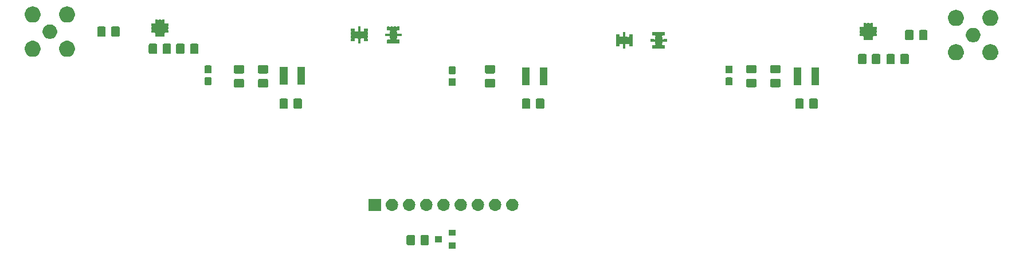
<source format=gbr>
G04 #@! TF.GenerationSoftware,KiCad,Pcbnew,5.0.2-bee76a0~70~ubuntu18.04.1*
G04 #@! TF.CreationDate,2019-03-15T15:47:03+02:00*
G04 #@! TF.ProjectId,bandpass_filter_design,62616e64-7061-4737-935f-66696c746572,rev?*
G04 #@! TF.SameCoordinates,Original*
G04 #@! TF.FileFunction,Soldermask,Top*
G04 #@! TF.FilePolarity,Negative*
%FSLAX46Y46*%
G04 Gerber Fmt 4.6, Leading zero omitted, Abs format (unit mm)*
G04 Created by KiCad (PCBNEW 5.0.2-bee76a0~70~ubuntu18.04.1) date Fri 15 Mar 2019 03:47:03 PM EET*
%MOMM*%
%LPD*%
G01*
G04 APERTURE LIST*
%ADD10C,0.100000*%
G04 APERTURE END LIST*
D10*
G36*
X132057000Y-113415000D02*
X131055000Y-113415000D01*
X131055000Y-112513000D01*
X132057000Y-112513000D01*
X132057000Y-113415000D01*
X132057000Y-113415000D01*
G37*
G36*
X127980677Y-111394465D02*
X128018364Y-111405898D01*
X128053103Y-111424466D01*
X128083548Y-111449452D01*
X128108534Y-111479897D01*
X128127102Y-111514636D01*
X128138535Y-111552323D01*
X128143000Y-111597661D01*
X128143000Y-112684339D01*
X128138535Y-112729677D01*
X128127102Y-112767364D01*
X128108534Y-112802103D01*
X128083548Y-112832548D01*
X128053103Y-112857534D01*
X128018364Y-112876102D01*
X127980677Y-112887535D01*
X127935339Y-112892000D01*
X127098661Y-112892000D01*
X127053323Y-112887535D01*
X127015636Y-112876102D01*
X126980897Y-112857534D01*
X126950452Y-112832548D01*
X126925466Y-112802103D01*
X126906898Y-112767364D01*
X126895465Y-112729677D01*
X126891000Y-112684339D01*
X126891000Y-111597661D01*
X126895465Y-111552323D01*
X126906898Y-111514636D01*
X126925466Y-111479897D01*
X126950452Y-111449452D01*
X126980897Y-111424466D01*
X127015636Y-111405898D01*
X127053323Y-111394465D01*
X127098661Y-111390000D01*
X127935339Y-111390000D01*
X127980677Y-111394465D01*
X127980677Y-111394465D01*
G37*
G36*
X125930677Y-111394465D02*
X125968364Y-111405898D01*
X126003103Y-111424466D01*
X126033548Y-111449452D01*
X126058534Y-111479897D01*
X126077102Y-111514636D01*
X126088535Y-111552323D01*
X126093000Y-111597661D01*
X126093000Y-112684339D01*
X126088535Y-112729677D01*
X126077102Y-112767364D01*
X126058534Y-112802103D01*
X126033548Y-112832548D01*
X126003103Y-112857534D01*
X125968364Y-112876102D01*
X125930677Y-112887535D01*
X125885339Y-112892000D01*
X125048661Y-112892000D01*
X125003323Y-112887535D01*
X124965636Y-112876102D01*
X124930897Y-112857534D01*
X124900452Y-112832548D01*
X124875466Y-112802103D01*
X124856898Y-112767364D01*
X124845465Y-112729677D01*
X124841000Y-112684339D01*
X124841000Y-111597661D01*
X124845465Y-111552323D01*
X124856898Y-111514636D01*
X124875466Y-111479897D01*
X124900452Y-111449452D01*
X124930897Y-111424466D01*
X124965636Y-111405898D01*
X125003323Y-111394465D01*
X125048661Y-111390000D01*
X125885339Y-111390000D01*
X125930677Y-111394465D01*
X125930677Y-111394465D01*
G37*
G36*
X130057000Y-112465000D02*
X129055000Y-112465000D01*
X129055000Y-111563000D01*
X130057000Y-111563000D01*
X130057000Y-112465000D01*
X130057000Y-112465000D01*
G37*
G36*
X132057000Y-111515000D02*
X131055000Y-111515000D01*
X131055000Y-110613000D01*
X132057000Y-110613000D01*
X132057000Y-111515000D01*
X132057000Y-111515000D01*
G37*
G36*
X138032443Y-106039519D02*
X138098627Y-106046037D01*
X138211853Y-106080384D01*
X138268467Y-106097557D01*
X138407087Y-106171652D01*
X138424991Y-106181222D01*
X138460729Y-106210552D01*
X138562186Y-106293814D01*
X138645448Y-106395271D01*
X138674778Y-106431009D01*
X138674779Y-106431011D01*
X138758443Y-106587533D01*
X138758443Y-106587534D01*
X138809963Y-106757373D01*
X138827359Y-106934000D01*
X138809963Y-107110627D01*
X138775616Y-107223853D01*
X138758443Y-107280467D01*
X138684348Y-107419087D01*
X138674778Y-107436991D01*
X138645448Y-107472729D01*
X138562186Y-107574186D01*
X138460729Y-107657448D01*
X138424991Y-107686778D01*
X138424989Y-107686779D01*
X138268467Y-107770443D01*
X138211853Y-107787616D01*
X138098627Y-107821963D01*
X138032443Y-107828481D01*
X137966260Y-107835000D01*
X137877740Y-107835000D01*
X137811557Y-107828481D01*
X137745373Y-107821963D01*
X137632147Y-107787616D01*
X137575533Y-107770443D01*
X137419011Y-107686779D01*
X137419009Y-107686778D01*
X137383271Y-107657448D01*
X137281814Y-107574186D01*
X137198552Y-107472729D01*
X137169222Y-107436991D01*
X137159652Y-107419087D01*
X137085557Y-107280467D01*
X137068384Y-107223853D01*
X137034037Y-107110627D01*
X137016641Y-106934000D01*
X137034037Y-106757373D01*
X137085557Y-106587534D01*
X137085557Y-106587533D01*
X137169221Y-106431011D01*
X137169222Y-106431009D01*
X137198552Y-106395271D01*
X137281814Y-106293814D01*
X137383271Y-106210552D01*
X137419009Y-106181222D01*
X137436913Y-106171652D01*
X137575533Y-106097557D01*
X137632147Y-106080384D01*
X137745373Y-106046037D01*
X137811557Y-106039519D01*
X137877740Y-106033000D01*
X137966260Y-106033000D01*
X138032443Y-106039519D01*
X138032443Y-106039519D01*
G37*
G36*
X140572443Y-106039519D02*
X140638627Y-106046037D01*
X140751853Y-106080384D01*
X140808467Y-106097557D01*
X140947087Y-106171652D01*
X140964991Y-106181222D01*
X141000729Y-106210552D01*
X141102186Y-106293814D01*
X141185448Y-106395271D01*
X141214778Y-106431009D01*
X141214779Y-106431011D01*
X141298443Y-106587533D01*
X141298443Y-106587534D01*
X141349963Y-106757373D01*
X141367359Y-106934000D01*
X141349963Y-107110627D01*
X141315616Y-107223853D01*
X141298443Y-107280467D01*
X141224348Y-107419087D01*
X141214778Y-107436991D01*
X141185448Y-107472729D01*
X141102186Y-107574186D01*
X141000729Y-107657448D01*
X140964991Y-107686778D01*
X140964989Y-107686779D01*
X140808467Y-107770443D01*
X140751853Y-107787616D01*
X140638627Y-107821963D01*
X140572443Y-107828481D01*
X140506260Y-107835000D01*
X140417740Y-107835000D01*
X140351557Y-107828481D01*
X140285373Y-107821963D01*
X140172147Y-107787616D01*
X140115533Y-107770443D01*
X139959011Y-107686779D01*
X139959009Y-107686778D01*
X139923271Y-107657448D01*
X139821814Y-107574186D01*
X139738552Y-107472729D01*
X139709222Y-107436991D01*
X139699652Y-107419087D01*
X139625557Y-107280467D01*
X139608384Y-107223853D01*
X139574037Y-107110627D01*
X139556641Y-106934000D01*
X139574037Y-106757373D01*
X139625557Y-106587534D01*
X139625557Y-106587533D01*
X139709221Y-106431011D01*
X139709222Y-106431009D01*
X139738552Y-106395271D01*
X139821814Y-106293814D01*
X139923271Y-106210552D01*
X139959009Y-106181222D01*
X139976913Y-106171652D01*
X140115533Y-106097557D01*
X140172147Y-106080384D01*
X140285373Y-106046037D01*
X140351557Y-106039519D01*
X140417740Y-106033000D01*
X140506260Y-106033000D01*
X140572443Y-106039519D01*
X140572443Y-106039519D01*
G37*
G36*
X135492443Y-106039519D02*
X135558627Y-106046037D01*
X135671853Y-106080384D01*
X135728467Y-106097557D01*
X135867087Y-106171652D01*
X135884991Y-106181222D01*
X135920729Y-106210552D01*
X136022186Y-106293814D01*
X136105448Y-106395271D01*
X136134778Y-106431009D01*
X136134779Y-106431011D01*
X136218443Y-106587533D01*
X136218443Y-106587534D01*
X136269963Y-106757373D01*
X136287359Y-106934000D01*
X136269963Y-107110627D01*
X136235616Y-107223853D01*
X136218443Y-107280467D01*
X136144348Y-107419087D01*
X136134778Y-107436991D01*
X136105448Y-107472729D01*
X136022186Y-107574186D01*
X135920729Y-107657448D01*
X135884991Y-107686778D01*
X135884989Y-107686779D01*
X135728467Y-107770443D01*
X135671853Y-107787616D01*
X135558627Y-107821963D01*
X135492443Y-107828481D01*
X135426260Y-107835000D01*
X135337740Y-107835000D01*
X135271557Y-107828481D01*
X135205373Y-107821963D01*
X135092147Y-107787616D01*
X135035533Y-107770443D01*
X134879011Y-107686779D01*
X134879009Y-107686778D01*
X134843271Y-107657448D01*
X134741814Y-107574186D01*
X134658552Y-107472729D01*
X134629222Y-107436991D01*
X134619652Y-107419087D01*
X134545557Y-107280467D01*
X134528384Y-107223853D01*
X134494037Y-107110627D01*
X134476641Y-106934000D01*
X134494037Y-106757373D01*
X134545557Y-106587534D01*
X134545557Y-106587533D01*
X134629221Y-106431011D01*
X134629222Y-106431009D01*
X134658552Y-106395271D01*
X134741814Y-106293814D01*
X134843271Y-106210552D01*
X134879009Y-106181222D01*
X134896913Y-106171652D01*
X135035533Y-106097557D01*
X135092147Y-106080384D01*
X135205373Y-106046037D01*
X135271557Y-106039519D01*
X135337740Y-106033000D01*
X135426260Y-106033000D01*
X135492443Y-106039519D01*
X135492443Y-106039519D01*
G37*
G36*
X132952443Y-106039519D02*
X133018627Y-106046037D01*
X133131853Y-106080384D01*
X133188467Y-106097557D01*
X133327087Y-106171652D01*
X133344991Y-106181222D01*
X133380729Y-106210552D01*
X133482186Y-106293814D01*
X133565448Y-106395271D01*
X133594778Y-106431009D01*
X133594779Y-106431011D01*
X133678443Y-106587533D01*
X133678443Y-106587534D01*
X133729963Y-106757373D01*
X133747359Y-106934000D01*
X133729963Y-107110627D01*
X133695616Y-107223853D01*
X133678443Y-107280467D01*
X133604348Y-107419087D01*
X133594778Y-107436991D01*
X133565448Y-107472729D01*
X133482186Y-107574186D01*
X133380729Y-107657448D01*
X133344991Y-107686778D01*
X133344989Y-107686779D01*
X133188467Y-107770443D01*
X133131853Y-107787616D01*
X133018627Y-107821963D01*
X132952443Y-107828481D01*
X132886260Y-107835000D01*
X132797740Y-107835000D01*
X132731557Y-107828481D01*
X132665373Y-107821963D01*
X132552147Y-107787616D01*
X132495533Y-107770443D01*
X132339011Y-107686779D01*
X132339009Y-107686778D01*
X132303271Y-107657448D01*
X132201814Y-107574186D01*
X132118552Y-107472729D01*
X132089222Y-107436991D01*
X132079652Y-107419087D01*
X132005557Y-107280467D01*
X131988384Y-107223853D01*
X131954037Y-107110627D01*
X131936641Y-106934000D01*
X131954037Y-106757373D01*
X132005557Y-106587534D01*
X132005557Y-106587533D01*
X132089221Y-106431011D01*
X132089222Y-106431009D01*
X132118552Y-106395271D01*
X132201814Y-106293814D01*
X132303271Y-106210552D01*
X132339009Y-106181222D01*
X132356913Y-106171652D01*
X132495533Y-106097557D01*
X132552147Y-106080384D01*
X132665373Y-106046037D01*
X132731557Y-106039519D01*
X132797740Y-106033000D01*
X132886260Y-106033000D01*
X132952443Y-106039519D01*
X132952443Y-106039519D01*
G37*
G36*
X130412443Y-106039519D02*
X130478627Y-106046037D01*
X130591853Y-106080384D01*
X130648467Y-106097557D01*
X130787087Y-106171652D01*
X130804991Y-106181222D01*
X130840729Y-106210552D01*
X130942186Y-106293814D01*
X131025448Y-106395271D01*
X131054778Y-106431009D01*
X131054779Y-106431011D01*
X131138443Y-106587533D01*
X131138443Y-106587534D01*
X131189963Y-106757373D01*
X131207359Y-106934000D01*
X131189963Y-107110627D01*
X131155616Y-107223853D01*
X131138443Y-107280467D01*
X131064348Y-107419087D01*
X131054778Y-107436991D01*
X131025448Y-107472729D01*
X130942186Y-107574186D01*
X130840729Y-107657448D01*
X130804991Y-107686778D01*
X130804989Y-107686779D01*
X130648467Y-107770443D01*
X130591853Y-107787616D01*
X130478627Y-107821963D01*
X130412443Y-107828481D01*
X130346260Y-107835000D01*
X130257740Y-107835000D01*
X130191557Y-107828481D01*
X130125373Y-107821963D01*
X130012147Y-107787616D01*
X129955533Y-107770443D01*
X129799011Y-107686779D01*
X129799009Y-107686778D01*
X129763271Y-107657448D01*
X129661814Y-107574186D01*
X129578552Y-107472729D01*
X129549222Y-107436991D01*
X129539652Y-107419087D01*
X129465557Y-107280467D01*
X129448384Y-107223853D01*
X129414037Y-107110627D01*
X129396641Y-106934000D01*
X129414037Y-106757373D01*
X129465557Y-106587534D01*
X129465557Y-106587533D01*
X129549221Y-106431011D01*
X129549222Y-106431009D01*
X129578552Y-106395271D01*
X129661814Y-106293814D01*
X129763271Y-106210552D01*
X129799009Y-106181222D01*
X129816913Y-106171652D01*
X129955533Y-106097557D01*
X130012147Y-106080384D01*
X130125373Y-106046037D01*
X130191557Y-106039519D01*
X130257740Y-106033000D01*
X130346260Y-106033000D01*
X130412443Y-106039519D01*
X130412443Y-106039519D01*
G37*
G36*
X127872443Y-106039519D02*
X127938627Y-106046037D01*
X128051853Y-106080384D01*
X128108467Y-106097557D01*
X128247087Y-106171652D01*
X128264991Y-106181222D01*
X128300729Y-106210552D01*
X128402186Y-106293814D01*
X128485448Y-106395271D01*
X128514778Y-106431009D01*
X128514779Y-106431011D01*
X128598443Y-106587533D01*
X128598443Y-106587534D01*
X128649963Y-106757373D01*
X128667359Y-106934000D01*
X128649963Y-107110627D01*
X128615616Y-107223853D01*
X128598443Y-107280467D01*
X128524348Y-107419087D01*
X128514778Y-107436991D01*
X128485448Y-107472729D01*
X128402186Y-107574186D01*
X128300729Y-107657448D01*
X128264991Y-107686778D01*
X128264989Y-107686779D01*
X128108467Y-107770443D01*
X128051853Y-107787616D01*
X127938627Y-107821963D01*
X127872443Y-107828481D01*
X127806260Y-107835000D01*
X127717740Y-107835000D01*
X127651557Y-107828481D01*
X127585373Y-107821963D01*
X127472147Y-107787616D01*
X127415533Y-107770443D01*
X127259011Y-107686779D01*
X127259009Y-107686778D01*
X127223271Y-107657448D01*
X127121814Y-107574186D01*
X127038552Y-107472729D01*
X127009222Y-107436991D01*
X126999652Y-107419087D01*
X126925557Y-107280467D01*
X126908384Y-107223853D01*
X126874037Y-107110627D01*
X126856641Y-106934000D01*
X126874037Y-106757373D01*
X126925557Y-106587534D01*
X126925557Y-106587533D01*
X127009221Y-106431011D01*
X127009222Y-106431009D01*
X127038552Y-106395271D01*
X127121814Y-106293814D01*
X127223271Y-106210552D01*
X127259009Y-106181222D01*
X127276913Y-106171652D01*
X127415533Y-106097557D01*
X127472147Y-106080384D01*
X127585373Y-106046037D01*
X127651557Y-106039519D01*
X127717740Y-106033000D01*
X127806260Y-106033000D01*
X127872443Y-106039519D01*
X127872443Y-106039519D01*
G37*
G36*
X125332443Y-106039519D02*
X125398627Y-106046037D01*
X125511853Y-106080384D01*
X125568467Y-106097557D01*
X125707087Y-106171652D01*
X125724991Y-106181222D01*
X125760729Y-106210552D01*
X125862186Y-106293814D01*
X125945448Y-106395271D01*
X125974778Y-106431009D01*
X125974779Y-106431011D01*
X126058443Y-106587533D01*
X126058443Y-106587534D01*
X126109963Y-106757373D01*
X126127359Y-106934000D01*
X126109963Y-107110627D01*
X126075616Y-107223853D01*
X126058443Y-107280467D01*
X125984348Y-107419087D01*
X125974778Y-107436991D01*
X125945448Y-107472729D01*
X125862186Y-107574186D01*
X125760729Y-107657448D01*
X125724991Y-107686778D01*
X125724989Y-107686779D01*
X125568467Y-107770443D01*
X125511853Y-107787616D01*
X125398627Y-107821963D01*
X125332443Y-107828481D01*
X125266260Y-107835000D01*
X125177740Y-107835000D01*
X125111557Y-107828481D01*
X125045373Y-107821963D01*
X124932147Y-107787616D01*
X124875533Y-107770443D01*
X124719011Y-107686779D01*
X124719009Y-107686778D01*
X124683271Y-107657448D01*
X124581814Y-107574186D01*
X124498552Y-107472729D01*
X124469222Y-107436991D01*
X124459652Y-107419087D01*
X124385557Y-107280467D01*
X124368384Y-107223853D01*
X124334037Y-107110627D01*
X124316641Y-106934000D01*
X124334037Y-106757373D01*
X124385557Y-106587534D01*
X124385557Y-106587533D01*
X124469221Y-106431011D01*
X124469222Y-106431009D01*
X124498552Y-106395271D01*
X124581814Y-106293814D01*
X124683271Y-106210552D01*
X124719009Y-106181222D01*
X124736913Y-106171652D01*
X124875533Y-106097557D01*
X124932147Y-106080384D01*
X125045373Y-106046037D01*
X125111557Y-106039519D01*
X125177740Y-106033000D01*
X125266260Y-106033000D01*
X125332443Y-106039519D01*
X125332443Y-106039519D01*
G37*
G36*
X122792443Y-106039519D02*
X122858627Y-106046037D01*
X122971853Y-106080384D01*
X123028467Y-106097557D01*
X123167087Y-106171652D01*
X123184991Y-106181222D01*
X123220729Y-106210552D01*
X123322186Y-106293814D01*
X123405448Y-106395271D01*
X123434778Y-106431009D01*
X123434779Y-106431011D01*
X123518443Y-106587533D01*
X123518443Y-106587534D01*
X123569963Y-106757373D01*
X123587359Y-106934000D01*
X123569963Y-107110627D01*
X123535616Y-107223853D01*
X123518443Y-107280467D01*
X123444348Y-107419087D01*
X123434778Y-107436991D01*
X123405448Y-107472729D01*
X123322186Y-107574186D01*
X123220729Y-107657448D01*
X123184991Y-107686778D01*
X123184989Y-107686779D01*
X123028467Y-107770443D01*
X122971853Y-107787616D01*
X122858627Y-107821963D01*
X122792443Y-107828481D01*
X122726260Y-107835000D01*
X122637740Y-107835000D01*
X122571557Y-107828481D01*
X122505373Y-107821963D01*
X122392147Y-107787616D01*
X122335533Y-107770443D01*
X122179011Y-107686779D01*
X122179009Y-107686778D01*
X122143271Y-107657448D01*
X122041814Y-107574186D01*
X121958552Y-107472729D01*
X121929222Y-107436991D01*
X121919652Y-107419087D01*
X121845557Y-107280467D01*
X121828384Y-107223853D01*
X121794037Y-107110627D01*
X121776641Y-106934000D01*
X121794037Y-106757373D01*
X121845557Y-106587534D01*
X121845557Y-106587533D01*
X121929221Y-106431011D01*
X121929222Y-106431009D01*
X121958552Y-106395271D01*
X122041814Y-106293814D01*
X122143271Y-106210552D01*
X122179009Y-106181222D01*
X122196913Y-106171652D01*
X122335533Y-106097557D01*
X122392147Y-106080384D01*
X122505373Y-106046037D01*
X122571557Y-106039519D01*
X122637740Y-106033000D01*
X122726260Y-106033000D01*
X122792443Y-106039519D01*
X122792443Y-106039519D01*
G37*
G36*
X121043000Y-107835000D02*
X119241000Y-107835000D01*
X119241000Y-106033000D01*
X121043000Y-106033000D01*
X121043000Y-107835000D01*
X121043000Y-107835000D01*
G37*
G36*
X107143677Y-91201465D02*
X107181364Y-91212898D01*
X107216103Y-91231466D01*
X107246548Y-91256452D01*
X107271534Y-91286897D01*
X107290102Y-91321636D01*
X107301535Y-91359323D01*
X107306000Y-91404661D01*
X107306000Y-92491339D01*
X107301535Y-92536677D01*
X107290102Y-92574364D01*
X107271534Y-92609103D01*
X107246548Y-92639548D01*
X107216103Y-92664534D01*
X107181364Y-92683102D01*
X107143677Y-92694535D01*
X107098339Y-92699000D01*
X106261661Y-92699000D01*
X106216323Y-92694535D01*
X106178636Y-92683102D01*
X106143897Y-92664534D01*
X106113452Y-92639548D01*
X106088466Y-92609103D01*
X106069898Y-92574364D01*
X106058465Y-92536677D01*
X106054000Y-92491339D01*
X106054000Y-91404661D01*
X106058465Y-91359323D01*
X106069898Y-91321636D01*
X106088466Y-91286897D01*
X106113452Y-91256452D01*
X106143897Y-91231466D01*
X106178636Y-91212898D01*
X106216323Y-91201465D01*
X106261661Y-91197000D01*
X107098339Y-91197000D01*
X107143677Y-91201465D01*
X107143677Y-91201465D01*
G37*
G36*
X185393677Y-91201465D02*
X185431364Y-91212898D01*
X185466103Y-91231466D01*
X185496548Y-91256452D01*
X185521534Y-91286897D01*
X185540102Y-91321636D01*
X185551535Y-91359323D01*
X185556000Y-91404661D01*
X185556000Y-92491339D01*
X185551535Y-92536677D01*
X185540102Y-92574364D01*
X185521534Y-92609103D01*
X185496548Y-92639548D01*
X185466103Y-92664534D01*
X185431364Y-92683102D01*
X185393677Y-92694535D01*
X185348339Y-92699000D01*
X184511661Y-92699000D01*
X184466323Y-92694535D01*
X184428636Y-92683102D01*
X184393897Y-92664534D01*
X184363452Y-92639548D01*
X184338466Y-92609103D01*
X184319898Y-92574364D01*
X184308465Y-92536677D01*
X184304000Y-92491339D01*
X184304000Y-91404661D01*
X184308465Y-91359323D01*
X184319898Y-91321636D01*
X184338466Y-91286897D01*
X184363452Y-91256452D01*
X184393897Y-91231466D01*
X184428636Y-91212898D01*
X184466323Y-91201465D01*
X184511661Y-91197000D01*
X185348339Y-91197000D01*
X185393677Y-91201465D01*
X185393677Y-91201465D01*
G37*
G36*
X183343677Y-91201465D02*
X183381364Y-91212898D01*
X183416103Y-91231466D01*
X183446548Y-91256452D01*
X183471534Y-91286897D01*
X183490102Y-91321636D01*
X183501535Y-91359323D01*
X183506000Y-91404661D01*
X183506000Y-92491339D01*
X183501535Y-92536677D01*
X183490102Y-92574364D01*
X183471534Y-92609103D01*
X183446548Y-92639548D01*
X183416103Y-92664534D01*
X183381364Y-92683102D01*
X183343677Y-92694535D01*
X183298339Y-92699000D01*
X182461661Y-92699000D01*
X182416323Y-92694535D01*
X182378636Y-92683102D01*
X182343897Y-92664534D01*
X182313452Y-92639548D01*
X182288466Y-92609103D01*
X182269898Y-92574364D01*
X182258465Y-92536677D01*
X182254000Y-92491339D01*
X182254000Y-91404661D01*
X182258465Y-91359323D01*
X182269898Y-91321636D01*
X182288466Y-91286897D01*
X182313452Y-91256452D01*
X182343897Y-91231466D01*
X182378636Y-91212898D01*
X182416323Y-91201465D01*
X182461661Y-91197000D01*
X183298339Y-91197000D01*
X183343677Y-91201465D01*
X183343677Y-91201465D01*
G37*
G36*
X145007677Y-91201465D02*
X145045364Y-91212898D01*
X145080103Y-91231466D01*
X145110548Y-91256452D01*
X145135534Y-91286897D01*
X145154102Y-91321636D01*
X145165535Y-91359323D01*
X145170000Y-91404661D01*
X145170000Y-92491339D01*
X145165535Y-92536677D01*
X145154102Y-92574364D01*
X145135534Y-92609103D01*
X145110548Y-92639548D01*
X145080103Y-92664534D01*
X145045364Y-92683102D01*
X145007677Y-92694535D01*
X144962339Y-92699000D01*
X144125661Y-92699000D01*
X144080323Y-92694535D01*
X144042636Y-92683102D01*
X144007897Y-92664534D01*
X143977452Y-92639548D01*
X143952466Y-92609103D01*
X143933898Y-92574364D01*
X143922465Y-92536677D01*
X143918000Y-92491339D01*
X143918000Y-91404661D01*
X143922465Y-91359323D01*
X143933898Y-91321636D01*
X143952466Y-91286897D01*
X143977452Y-91256452D01*
X144007897Y-91231466D01*
X144042636Y-91212898D01*
X144080323Y-91201465D01*
X144125661Y-91197000D01*
X144962339Y-91197000D01*
X145007677Y-91201465D01*
X145007677Y-91201465D01*
G37*
G36*
X142957677Y-91201465D02*
X142995364Y-91212898D01*
X143030103Y-91231466D01*
X143060548Y-91256452D01*
X143085534Y-91286897D01*
X143104102Y-91321636D01*
X143115535Y-91359323D01*
X143120000Y-91404661D01*
X143120000Y-92491339D01*
X143115535Y-92536677D01*
X143104102Y-92574364D01*
X143085534Y-92609103D01*
X143060548Y-92639548D01*
X143030103Y-92664534D01*
X142995364Y-92683102D01*
X142957677Y-92694535D01*
X142912339Y-92699000D01*
X142075661Y-92699000D01*
X142030323Y-92694535D01*
X141992636Y-92683102D01*
X141957897Y-92664534D01*
X141927452Y-92639548D01*
X141902466Y-92609103D01*
X141883898Y-92574364D01*
X141872465Y-92536677D01*
X141868000Y-92491339D01*
X141868000Y-91404661D01*
X141872465Y-91359323D01*
X141883898Y-91321636D01*
X141902466Y-91286897D01*
X141927452Y-91256452D01*
X141957897Y-91231466D01*
X141992636Y-91212898D01*
X142030323Y-91201465D01*
X142075661Y-91197000D01*
X142912339Y-91197000D01*
X142957677Y-91201465D01*
X142957677Y-91201465D01*
G37*
G36*
X109193677Y-91201465D02*
X109231364Y-91212898D01*
X109266103Y-91231466D01*
X109296548Y-91256452D01*
X109321534Y-91286897D01*
X109340102Y-91321636D01*
X109351535Y-91359323D01*
X109356000Y-91404661D01*
X109356000Y-92491339D01*
X109351535Y-92536677D01*
X109340102Y-92574364D01*
X109321534Y-92609103D01*
X109296548Y-92639548D01*
X109266103Y-92664534D01*
X109231364Y-92683102D01*
X109193677Y-92694535D01*
X109148339Y-92699000D01*
X108311661Y-92699000D01*
X108266323Y-92694535D01*
X108228636Y-92683102D01*
X108193897Y-92664534D01*
X108163452Y-92639548D01*
X108138466Y-92609103D01*
X108119898Y-92574364D01*
X108108465Y-92536677D01*
X108104000Y-92491339D01*
X108104000Y-91404661D01*
X108108465Y-91359323D01*
X108119898Y-91321636D01*
X108138466Y-91286897D01*
X108163452Y-91256452D01*
X108193897Y-91231466D01*
X108228636Y-91212898D01*
X108266323Y-91201465D01*
X108311661Y-91197000D01*
X109148339Y-91197000D01*
X109193677Y-91201465D01*
X109193677Y-91201465D01*
G37*
G36*
X100664677Y-88296465D02*
X100702364Y-88307898D01*
X100737103Y-88326466D01*
X100767548Y-88351452D01*
X100792534Y-88381897D01*
X100811102Y-88416636D01*
X100822535Y-88454323D01*
X100827000Y-88499661D01*
X100827000Y-89336339D01*
X100822535Y-89381677D01*
X100811102Y-89419364D01*
X100792534Y-89454103D01*
X100767548Y-89484548D01*
X100737103Y-89509534D01*
X100702364Y-89528102D01*
X100664677Y-89539535D01*
X100619339Y-89544000D01*
X99532661Y-89544000D01*
X99487323Y-89539535D01*
X99449636Y-89528102D01*
X99414897Y-89509534D01*
X99384452Y-89484548D01*
X99359466Y-89454103D01*
X99340898Y-89419364D01*
X99329465Y-89381677D01*
X99325000Y-89336339D01*
X99325000Y-88499661D01*
X99329465Y-88454323D01*
X99340898Y-88416636D01*
X99359466Y-88381897D01*
X99384452Y-88351452D01*
X99414897Y-88326466D01*
X99449636Y-88307898D01*
X99487323Y-88296465D01*
X99532661Y-88292000D01*
X100619339Y-88292000D01*
X100664677Y-88296465D01*
X100664677Y-88296465D01*
G37*
G36*
X104220677Y-88296465D02*
X104258364Y-88307898D01*
X104293103Y-88326466D01*
X104323548Y-88351452D01*
X104348534Y-88381897D01*
X104367102Y-88416636D01*
X104378535Y-88454323D01*
X104383000Y-88499661D01*
X104383000Y-89336339D01*
X104378535Y-89381677D01*
X104367102Y-89419364D01*
X104348534Y-89454103D01*
X104323548Y-89484548D01*
X104293103Y-89509534D01*
X104258364Y-89528102D01*
X104220677Y-89539535D01*
X104175339Y-89544000D01*
X103088661Y-89544000D01*
X103043323Y-89539535D01*
X103005636Y-89528102D01*
X102970897Y-89509534D01*
X102940452Y-89484548D01*
X102915466Y-89454103D01*
X102896898Y-89419364D01*
X102885465Y-89381677D01*
X102881000Y-89336339D01*
X102881000Y-88499661D01*
X102885465Y-88454323D01*
X102896898Y-88416636D01*
X102915466Y-88381897D01*
X102940452Y-88351452D01*
X102970897Y-88326466D01*
X103005636Y-88307898D01*
X103043323Y-88296465D01*
X103088661Y-88292000D01*
X104175339Y-88292000D01*
X104220677Y-88296465D01*
X104220677Y-88296465D01*
G37*
G36*
X137748677Y-88287465D02*
X137786364Y-88298898D01*
X137821103Y-88317466D01*
X137851548Y-88342452D01*
X137876534Y-88372897D01*
X137895102Y-88407636D01*
X137906535Y-88445323D01*
X137911000Y-88490661D01*
X137911000Y-89327339D01*
X137906535Y-89372677D01*
X137895102Y-89410364D01*
X137876534Y-89445103D01*
X137851548Y-89475548D01*
X137821103Y-89500534D01*
X137786364Y-89519102D01*
X137748677Y-89530535D01*
X137703339Y-89535000D01*
X136616661Y-89535000D01*
X136571323Y-89530535D01*
X136533636Y-89519102D01*
X136498897Y-89500534D01*
X136468452Y-89475548D01*
X136443466Y-89445103D01*
X136424898Y-89410364D01*
X136413465Y-89372677D01*
X136409000Y-89327339D01*
X136409000Y-88490661D01*
X136413465Y-88445323D01*
X136424898Y-88407636D01*
X136443466Y-88372897D01*
X136468452Y-88342452D01*
X136498897Y-88317466D01*
X136533636Y-88298898D01*
X136571323Y-88287465D01*
X136616661Y-88283000D01*
X137703339Y-88283000D01*
X137748677Y-88287465D01*
X137748677Y-88287465D01*
G37*
G36*
X179912677Y-88278465D02*
X179950364Y-88289898D01*
X179985103Y-88308466D01*
X180015548Y-88333452D01*
X180040534Y-88363897D01*
X180059102Y-88398636D01*
X180070535Y-88436323D01*
X180075000Y-88481661D01*
X180075000Y-89318339D01*
X180070535Y-89363677D01*
X180059102Y-89401364D01*
X180040534Y-89436103D01*
X180015548Y-89466548D01*
X179985103Y-89491534D01*
X179950364Y-89510102D01*
X179912677Y-89521535D01*
X179867339Y-89526000D01*
X178780661Y-89526000D01*
X178735323Y-89521535D01*
X178697636Y-89510102D01*
X178662897Y-89491534D01*
X178632452Y-89466548D01*
X178607466Y-89436103D01*
X178588898Y-89401364D01*
X178577465Y-89363677D01*
X178573000Y-89318339D01*
X178573000Y-88481661D01*
X178577465Y-88436323D01*
X178588898Y-88398636D01*
X178607466Y-88363897D01*
X178632452Y-88333452D01*
X178662897Y-88308466D01*
X178697636Y-88289898D01*
X178735323Y-88278465D01*
X178780661Y-88274000D01*
X179867339Y-88274000D01*
X179912677Y-88278465D01*
X179912677Y-88278465D01*
G37*
G36*
X176356677Y-88278465D02*
X176394364Y-88289898D01*
X176429103Y-88308466D01*
X176459548Y-88333452D01*
X176484534Y-88363897D01*
X176503102Y-88398636D01*
X176514535Y-88436323D01*
X176519000Y-88481661D01*
X176519000Y-89318339D01*
X176514535Y-89363677D01*
X176503102Y-89401364D01*
X176484534Y-89436103D01*
X176459548Y-89466548D01*
X176429103Y-89491534D01*
X176394364Y-89510102D01*
X176356677Y-89521535D01*
X176311339Y-89526000D01*
X175224661Y-89526000D01*
X175179323Y-89521535D01*
X175141636Y-89510102D01*
X175106897Y-89491534D01*
X175076452Y-89466548D01*
X175051466Y-89436103D01*
X175032898Y-89401364D01*
X175021465Y-89363677D01*
X175017000Y-89318339D01*
X175017000Y-88481661D01*
X175021465Y-88436323D01*
X175032898Y-88398636D01*
X175051466Y-88363897D01*
X175076452Y-88333452D01*
X175106897Y-88308466D01*
X175141636Y-88289898D01*
X175179323Y-88278465D01*
X175224661Y-88274000D01*
X176311339Y-88274000D01*
X176356677Y-88278465D01*
X176356677Y-88278465D01*
G37*
G36*
X131936499Y-88187445D02*
X131973993Y-88198819D01*
X132008557Y-88217294D01*
X132038847Y-88242153D01*
X132063706Y-88272443D01*
X132082181Y-88307007D01*
X132093555Y-88344501D01*
X132098000Y-88389638D01*
X132098000Y-89128362D01*
X132093555Y-89173499D01*
X132082181Y-89210993D01*
X132063706Y-89245557D01*
X132038847Y-89275847D01*
X132008557Y-89300706D01*
X131973993Y-89319181D01*
X131936499Y-89330555D01*
X131891362Y-89335000D01*
X131252638Y-89335000D01*
X131207501Y-89330555D01*
X131170007Y-89319181D01*
X131135443Y-89300706D01*
X131105153Y-89275847D01*
X131080294Y-89245557D01*
X131061819Y-89210993D01*
X131050445Y-89173499D01*
X131046000Y-89128362D01*
X131046000Y-88389638D01*
X131050445Y-88344501D01*
X131061819Y-88307007D01*
X131080294Y-88272443D01*
X131105153Y-88242153D01*
X131135443Y-88217294D01*
X131170007Y-88198819D01*
X131207501Y-88187445D01*
X131252638Y-88183000D01*
X131891362Y-88183000D01*
X131936499Y-88187445D01*
X131936499Y-88187445D01*
G37*
G36*
X172830499Y-88074445D02*
X172867993Y-88085819D01*
X172902557Y-88104294D01*
X172932847Y-88129153D01*
X172957706Y-88159443D01*
X172976181Y-88194007D01*
X172987555Y-88231501D01*
X172992000Y-88276638D01*
X172992000Y-89015362D01*
X172987555Y-89060499D01*
X172976181Y-89097993D01*
X172957706Y-89132557D01*
X172932847Y-89162847D01*
X172902557Y-89187706D01*
X172867993Y-89206181D01*
X172830499Y-89217555D01*
X172785362Y-89222000D01*
X172146638Y-89222000D01*
X172101501Y-89217555D01*
X172064007Y-89206181D01*
X172029443Y-89187706D01*
X171999153Y-89162847D01*
X171974294Y-89132557D01*
X171955819Y-89097993D01*
X171944445Y-89060499D01*
X171940000Y-89015362D01*
X171940000Y-88276638D01*
X171944445Y-88231501D01*
X171955819Y-88194007D01*
X171974294Y-88159443D01*
X171999153Y-88129153D01*
X172029443Y-88104294D01*
X172064007Y-88085819D01*
X172101501Y-88074445D01*
X172146638Y-88070000D01*
X172785362Y-88070000D01*
X172830499Y-88074445D01*
X172830499Y-88074445D01*
G37*
G36*
X95868499Y-88046445D02*
X95905993Y-88057819D01*
X95940557Y-88076294D01*
X95970847Y-88101153D01*
X95995706Y-88131443D01*
X96014181Y-88166007D01*
X96025555Y-88203501D01*
X96030000Y-88248638D01*
X96030000Y-88987362D01*
X96025555Y-89032499D01*
X96014181Y-89069993D01*
X95995706Y-89104557D01*
X95970847Y-89134847D01*
X95940557Y-89159706D01*
X95905993Y-89178181D01*
X95868499Y-89189555D01*
X95823362Y-89194000D01*
X95184638Y-89194000D01*
X95139501Y-89189555D01*
X95102007Y-89178181D01*
X95067443Y-89159706D01*
X95037153Y-89134847D01*
X95012294Y-89104557D01*
X94993819Y-89069993D01*
X94982445Y-89032499D01*
X94978000Y-88987362D01*
X94978000Y-88248638D01*
X94982445Y-88203501D01*
X94993819Y-88166007D01*
X95012294Y-88131443D01*
X95037153Y-88101153D01*
X95067443Y-88076294D01*
X95102007Y-88057819D01*
X95139501Y-88046445D01*
X95184638Y-88042000D01*
X95823362Y-88042000D01*
X95868499Y-88046445D01*
X95868499Y-88046445D01*
G37*
G36*
X145640000Y-89185000D02*
X144488000Y-89185000D01*
X144488000Y-86583000D01*
X145640000Y-86583000D01*
X145640000Y-89185000D01*
X145640000Y-89185000D01*
G37*
G36*
X143040000Y-89185000D02*
X141888000Y-89185000D01*
X141888000Y-86583000D01*
X143040000Y-86583000D01*
X143040000Y-89185000D01*
X143040000Y-89185000D01*
G37*
G36*
X185772000Y-89185000D02*
X184620000Y-89185000D01*
X184620000Y-86583000D01*
X185772000Y-86583000D01*
X185772000Y-89185000D01*
X185772000Y-89185000D01*
G37*
G36*
X183172000Y-89185000D02*
X182020000Y-89185000D01*
X182020000Y-86583000D01*
X183172000Y-86583000D01*
X183172000Y-89185000D01*
X183172000Y-89185000D01*
G37*
G36*
X109856000Y-89119000D02*
X108704000Y-89119000D01*
X108704000Y-86517000D01*
X109856000Y-86517000D01*
X109856000Y-89119000D01*
X109856000Y-89119000D01*
G37*
G36*
X107256000Y-89119000D02*
X106104000Y-89119000D01*
X106104000Y-86517000D01*
X107256000Y-86517000D01*
X107256000Y-89119000D01*
X107256000Y-89119000D01*
G37*
G36*
X131936499Y-86437445D02*
X131973993Y-86448819D01*
X132008557Y-86467294D01*
X132038847Y-86492153D01*
X132063706Y-86522443D01*
X132082181Y-86557007D01*
X132093555Y-86594501D01*
X132098000Y-86639638D01*
X132098000Y-87378362D01*
X132093555Y-87423499D01*
X132082181Y-87460993D01*
X132063706Y-87495557D01*
X132038847Y-87525847D01*
X132008557Y-87550706D01*
X131973993Y-87569181D01*
X131936499Y-87580555D01*
X131891362Y-87585000D01*
X131252638Y-87585000D01*
X131207501Y-87580555D01*
X131170007Y-87569181D01*
X131135443Y-87550706D01*
X131105153Y-87525847D01*
X131080294Y-87495557D01*
X131061819Y-87460993D01*
X131050445Y-87423499D01*
X131046000Y-87378362D01*
X131046000Y-86639638D01*
X131050445Y-86594501D01*
X131061819Y-86557007D01*
X131080294Y-86522443D01*
X131105153Y-86492153D01*
X131135443Y-86467294D01*
X131170007Y-86448819D01*
X131207501Y-86437445D01*
X131252638Y-86433000D01*
X131891362Y-86433000D01*
X131936499Y-86437445D01*
X131936499Y-86437445D01*
G37*
G36*
X100664677Y-86246465D02*
X100702364Y-86257898D01*
X100737103Y-86276466D01*
X100767548Y-86301452D01*
X100792534Y-86331897D01*
X100811102Y-86366636D01*
X100822535Y-86404323D01*
X100827000Y-86449661D01*
X100827000Y-87286339D01*
X100822535Y-87331677D01*
X100811102Y-87369364D01*
X100792534Y-87404103D01*
X100767548Y-87434548D01*
X100737103Y-87459534D01*
X100702364Y-87478102D01*
X100664677Y-87489535D01*
X100619339Y-87494000D01*
X99532661Y-87494000D01*
X99487323Y-87489535D01*
X99449636Y-87478102D01*
X99414897Y-87459534D01*
X99384452Y-87434548D01*
X99359466Y-87404103D01*
X99340898Y-87369364D01*
X99329465Y-87331677D01*
X99325000Y-87286339D01*
X99325000Y-86449661D01*
X99329465Y-86404323D01*
X99340898Y-86366636D01*
X99359466Y-86331897D01*
X99384452Y-86301452D01*
X99414897Y-86276466D01*
X99449636Y-86257898D01*
X99487323Y-86246465D01*
X99532661Y-86242000D01*
X100619339Y-86242000D01*
X100664677Y-86246465D01*
X100664677Y-86246465D01*
G37*
G36*
X104220677Y-86246465D02*
X104258364Y-86257898D01*
X104293103Y-86276466D01*
X104323548Y-86301452D01*
X104348534Y-86331897D01*
X104367102Y-86366636D01*
X104378535Y-86404323D01*
X104383000Y-86449661D01*
X104383000Y-87286339D01*
X104378535Y-87331677D01*
X104367102Y-87369364D01*
X104348534Y-87404103D01*
X104323548Y-87434548D01*
X104293103Y-87459534D01*
X104258364Y-87478102D01*
X104220677Y-87489535D01*
X104175339Y-87494000D01*
X103088661Y-87494000D01*
X103043323Y-87489535D01*
X103005636Y-87478102D01*
X102970897Y-87459534D01*
X102940452Y-87434548D01*
X102915466Y-87404103D01*
X102896898Y-87369364D01*
X102885465Y-87331677D01*
X102881000Y-87286339D01*
X102881000Y-86449661D01*
X102885465Y-86404323D01*
X102896898Y-86366636D01*
X102915466Y-86331897D01*
X102940452Y-86301452D01*
X102970897Y-86276466D01*
X103005636Y-86257898D01*
X103043323Y-86246465D01*
X103088661Y-86242000D01*
X104175339Y-86242000D01*
X104220677Y-86246465D01*
X104220677Y-86246465D01*
G37*
G36*
X137748677Y-86237465D02*
X137786364Y-86248898D01*
X137821103Y-86267466D01*
X137851548Y-86292452D01*
X137876534Y-86322897D01*
X137895102Y-86357636D01*
X137906535Y-86395323D01*
X137911000Y-86440661D01*
X137911000Y-87277339D01*
X137906535Y-87322677D01*
X137895102Y-87360364D01*
X137876534Y-87395103D01*
X137851548Y-87425548D01*
X137821103Y-87450534D01*
X137786364Y-87469102D01*
X137748677Y-87480535D01*
X137703339Y-87485000D01*
X136616661Y-87485000D01*
X136571323Y-87480535D01*
X136533636Y-87469102D01*
X136498897Y-87450534D01*
X136468452Y-87425548D01*
X136443466Y-87395103D01*
X136424898Y-87360364D01*
X136413465Y-87322677D01*
X136409000Y-87277339D01*
X136409000Y-86440661D01*
X136413465Y-86395323D01*
X136424898Y-86357636D01*
X136443466Y-86322897D01*
X136468452Y-86292452D01*
X136498897Y-86267466D01*
X136533636Y-86248898D01*
X136571323Y-86237465D01*
X136616661Y-86233000D01*
X137703339Y-86233000D01*
X137748677Y-86237465D01*
X137748677Y-86237465D01*
G37*
G36*
X176356677Y-86228465D02*
X176394364Y-86239898D01*
X176429103Y-86258466D01*
X176459548Y-86283452D01*
X176484534Y-86313897D01*
X176503102Y-86348636D01*
X176514535Y-86386323D01*
X176519000Y-86431661D01*
X176519000Y-87268339D01*
X176514535Y-87313677D01*
X176503102Y-87351364D01*
X176484534Y-87386103D01*
X176459548Y-87416548D01*
X176429103Y-87441534D01*
X176394364Y-87460102D01*
X176356677Y-87471535D01*
X176311339Y-87476000D01*
X175224661Y-87476000D01*
X175179323Y-87471535D01*
X175141636Y-87460102D01*
X175106897Y-87441534D01*
X175076452Y-87416548D01*
X175051466Y-87386103D01*
X175032898Y-87351364D01*
X175021465Y-87313677D01*
X175017000Y-87268339D01*
X175017000Y-86431661D01*
X175021465Y-86386323D01*
X175032898Y-86348636D01*
X175051466Y-86313897D01*
X175076452Y-86283452D01*
X175106897Y-86258466D01*
X175141636Y-86239898D01*
X175179323Y-86228465D01*
X175224661Y-86224000D01*
X176311339Y-86224000D01*
X176356677Y-86228465D01*
X176356677Y-86228465D01*
G37*
G36*
X179912677Y-86228465D02*
X179950364Y-86239898D01*
X179985103Y-86258466D01*
X180015548Y-86283452D01*
X180040534Y-86313897D01*
X180059102Y-86348636D01*
X180070535Y-86386323D01*
X180075000Y-86431661D01*
X180075000Y-87268339D01*
X180070535Y-87313677D01*
X180059102Y-87351364D01*
X180040534Y-87386103D01*
X180015548Y-87416548D01*
X179985103Y-87441534D01*
X179950364Y-87460102D01*
X179912677Y-87471535D01*
X179867339Y-87476000D01*
X178780661Y-87476000D01*
X178735323Y-87471535D01*
X178697636Y-87460102D01*
X178662897Y-87441534D01*
X178632452Y-87416548D01*
X178607466Y-87386103D01*
X178588898Y-87351364D01*
X178577465Y-87313677D01*
X178573000Y-87268339D01*
X178573000Y-86431661D01*
X178577465Y-86386323D01*
X178588898Y-86348636D01*
X178607466Y-86313897D01*
X178632452Y-86283452D01*
X178662897Y-86258466D01*
X178697636Y-86239898D01*
X178735323Y-86228465D01*
X178780661Y-86224000D01*
X179867339Y-86224000D01*
X179912677Y-86228465D01*
X179912677Y-86228465D01*
G37*
G36*
X172830499Y-86324445D02*
X172867993Y-86335819D01*
X172902557Y-86354294D01*
X172932847Y-86379153D01*
X172957706Y-86409443D01*
X172976181Y-86444007D01*
X172987555Y-86481501D01*
X172992000Y-86526638D01*
X172992000Y-87265362D01*
X172987555Y-87310499D01*
X172976181Y-87347993D01*
X172957706Y-87382557D01*
X172932847Y-87412847D01*
X172902557Y-87437706D01*
X172867993Y-87456181D01*
X172830499Y-87467555D01*
X172785362Y-87472000D01*
X172146638Y-87472000D01*
X172101501Y-87467555D01*
X172064007Y-87456181D01*
X172029443Y-87437706D01*
X171999153Y-87412847D01*
X171974294Y-87382557D01*
X171955819Y-87347993D01*
X171944445Y-87310499D01*
X171940000Y-87265362D01*
X171940000Y-86526638D01*
X171944445Y-86481501D01*
X171955819Y-86444007D01*
X171974294Y-86409443D01*
X171999153Y-86379153D01*
X172029443Y-86354294D01*
X172064007Y-86335819D01*
X172101501Y-86324445D01*
X172146638Y-86320000D01*
X172785362Y-86320000D01*
X172830499Y-86324445D01*
X172830499Y-86324445D01*
G37*
G36*
X95868499Y-86296445D02*
X95905993Y-86307819D01*
X95940557Y-86326294D01*
X95970847Y-86351153D01*
X95995706Y-86381443D01*
X96014181Y-86416007D01*
X96025555Y-86453501D01*
X96030000Y-86498638D01*
X96030000Y-87237362D01*
X96025555Y-87282499D01*
X96014181Y-87319993D01*
X95995706Y-87354557D01*
X95970847Y-87384847D01*
X95940557Y-87409706D01*
X95905993Y-87428181D01*
X95868499Y-87439555D01*
X95823362Y-87444000D01*
X95184638Y-87444000D01*
X95139501Y-87439555D01*
X95102007Y-87428181D01*
X95067443Y-87409706D01*
X95037153Y-87384847D01*
X95012294Y-87354557D01*
X94993819Y-87319993D01*
X94982445Y-87282499D01*
X94978000Y-87237362D01*
X94978000Y-86498638D01*
X94982445Y-86453501D01*
X94993819Y-86416007D01*
X95012294Y-86381443D01*
X95037153Y-86351153D01*
X95067443Y-86326294D01*
X95102007Y-86307819D01*
X95139501Y-86296445D01*
X95184638Y-86292000D01*
X95823362Y-86292000D01*
X95868499Y-86296445D01*
X95868499Y-86296445D01*
G37*
G36*
X198855677Y-84597465D02*
X198893364Y-84608898D01*
X198928103Y-84627466D01*
X198958548Y-84652452D01*
X198983534Y-84682897D01*
X199002102Y-84717636D01*
X199013535Y-84755323D01*
X199018000Y-84800661D01*
X199018000Y-85887339D01*
X199013535Y-85932677D01*
X199002102Y-85970364D01*
X198983534Y-86005103D01*
X198958548Y-86035548D01*
X198928103Y-86060534D01*
X198893364Y-86079102D01*
X198855677Y-86090535D01*
X198810339Y-86095000D01*
X197973661Y-86095000D01*
X197928323Y-86090535D01*
X197890636Y-86079102D01*
X197855897Y-86060534D01*
X197825452Y-86035548D01*
X197800466Y-86005103D01*
X197781898Y-85970364D01*
X197770465Y-85932677D01*
X197766000Y-85887339D01*
X197766000Y-84800661D01*
X197770465Y-84755323D01*
X197781898Y-84717636D01*
X197800466Y-84682897D01*
X197825452Y-84652452D01*
X197855897Y-84627466D01*
X197890636Y-84608898D01*
X197928323Y-84597465D01*
X197973661Y-84593000D01*
X198810339Y-84593000D01*
X198855677Y-84597465D01*
X198855677Y-84597465D01*
G37*
G36*
X196805677Y-84597465D02*
X196843364Y-84608898D01*
X196878103Y-84627466D01*
X196908548Y-84652452D01*
X196933534Y-84682897D01*
X196952102Y-84717636D01*
X196963535Y-84755323D01*
X196968000Y-84800661D01*
X196968000Y-85887339D01*
X196963535Y-85932677D01*
X196952102Y-85970364D01*
X196933534Y-86005103D01*
X196908548Y-86035548D01*
X196878103Y-86060534D01*
X196843364Y-86079102D01*
X196805677Y-86090535D01*
X196760339Y-86095000D01*
X195923661Y-86095000D01*
X195878323Y-86090535D01*
X195840636Y-86079102D01*
X195805897Y-86060534D01*
X195775452Y-86035548D01*
X195750466Y-86005103D01*
X195731898Y-85970364D01*
X195720465Y-85932677D01*
X195716000Y-85887339D01*
X195716000Y-84800661D01*
X195720465Y-84755323D01*
X195731898Y-84717636D01*
X195750466Y-84682897D01*
X195775452Y-84652452D01*
X195805897Y-84627466D01*
X195840636Y-84608898D01*
X195878323Y-84597465D01*
X195923661Y-84593000D01*
X196760339Y-84593000D01*
X196805677Y-84597465D01*
X196805677Y-84597465D01*
G37*
G36*
X192622077Y-84597465D02*
X192659764Y-84608898D01*
X192694503Y-84627466D01*
X192724948Y-84652452D01*
X192749934Y-84682897D01*
X192768502Y-84717636D01*
X192779935Y-84755323D01*
X192784400Y-84800661D01*
X192784400Y-85887339D01*
X192779935Y-85932677D01*
X192768502Y-85970364D01*
X192749934Y-86005103D01*
X192724948Y-86035548D01*
X192694503Y-86060534D01*
X192659764Y-86079102D01*
X192622077Y-86090535D01*
X192576739Y-86095000D01*
X191740061Y-86095000D01*
X191694723Y-86090535D01*
X191657036Y-86079102D01*
X191622297Y-86060534D01*
X191591852Y-86035548D01*
X191566866Y-86005103D01*
X191548298Y-85970364D01*
X191536865Y-85932677D01*
X191532400Y-85887339D01*
X191532400Y-84800661D01*
X191536865Y-84755323D01*
X191548298Y-84717636D01*
X191566866Y-84682897D01*
X191591852Y-84652452D01*
X191622297Y-84627466D01*
X191657036Y-84608898D01*
X191694723Y-84597465D01*
X191740061Y-84593000D01*
X192576739Y-84593000D01*
X192622077Y-84597465D01*
X192622077Y-84597465D01*
G37*
G36*
X194672077Y-84597465D02*
X194709764Y-84608898D01*
X194744503Y-84627466D01*
X194774948Y-84652452D01*
X194799934Y-84682897D01*
X194818502Y-84717636D01*
X194829935Y-84755323D01*
X194834400Y-84800661D01*
X194834400Y-85887339D01*
X194829935Y-85932677D01*
X194818502Y-85970364D01*
X194799934Y-86005103D01*
X194774948Y-86035548D01*
X194744503Y-86060534D01*
X194709764Y-86079102D01*
X194672077Y-86090535D01*
X194626739Y-86095000D01*
X193790061Y-86095000D01*
X193744723Y-86090535D01*
X193707036Y-86079102D01*
X193672297Y-86060534D01*
X193641852Y-86035548D01*
X193616866Y-86005103D01*
X193598298Y-85970364D01*
X193586865Y-85932677D01*
X193582400Y-85887339D01*
X193582400Y-84800661D01*
X193586865Y-84755323D01*
X193598298Y-84717636D01*
X193616866Y-84682897D01*
X193641852Y-84652452D01*
X193672297Y-84627466D01*
X193707036Y-84608898D01*
X193744723Y-84597465D01*
X193790061Y-84593000D01*
X194626739Y-84593000D01*
X194672077Y-84597465D01*
X194672077Y-84597465D01*
G37*
G36*
X211289383Y-83171803D02*
X211417027Y-83197193D01*
X211631045Y-83285842D01*
X211821948Y-83413400D01*
X211823659Y-83414543D01*
X211987457Y-83578341D01*
X211987459Y-83578344D01*
X212116158Y-83770955D01*
X212184450Y-83935827D01*
X212204807Y-83984974D01*
X212250000Y-84212173D01*
X212250000Y-84443827D01*
X212231559Y-84536534D01*
X212204807Y-84671027D01*
X212116158Y-84885045D01*
X212072217Y-84950807D01*
X211987457Y-85077659D01*
X211823659Y-85241457D01*
X211823656Y-85241459D01*
X211631045Y-85370158D01*
X211417027Y-85458807D01*
X211303427Y-85481403D01*
X211189827Y-85504000D01*
X210958173Y-85504000D01*
X210844573Y-85481403D01*
X210730973Y-85458807D01*
X210516955Y-85370158D01*
X210324344Y-85241459D01*
X210324341Y-85241457D01*
X210160543Y-85077659D01*
X210075783Y-84950807D01*
X210031842Y-84885045D01*
X209943193Y-84671027D01*
X209916441Y-84536534D01*
X209898000Y-84443827D01*
X209898000Y-84212173D01*
X209943193Y-83984974D01*
X209963550Y-83935827D01*
X210031842Y-83770955D01*
X210160541Y-83578344D01*
X210160543Y-83578341D01*
X210324341Y-83414543D01*
X210326052Y-83413400D01*
X210516955Y-83285842D01*
X210730973Y-83197193D01*
X210858617Y-83171803D01*
X210958173Y-83152000D01*
X211189827Y-83152000D01*
X211289383Y-83171803D01*
X211289383Y-83171803D01*
G37*
G36*
X206209383Y-83171803D02*
X206337027Y-83197193D01*
X206551045Y-83285842D01*
X206741948Y-83413400D01*
X206743659Y-83414543D01*
X206907457Y-83578341D01*
X206907459Y-83578344D01*
X207036158Y-83770955D01*
X207104450Y-83935827D01*
X207124807Y-83984974D01*
X207170000Y-84212173D01*
X207170000Y-84443827D01*
X207151559Y-84536534D01*
X207124807Y-84671027D01*
X207036158Y-84885045D01*
X206992217Y-84950807D01*
X206907457Y-85077659D01*
X206743659Y-85241457D01*
X206743656Y-85241459D01*
X206551045Y-85370158D01*
X206337027Y-85458807D01*
X206223427Y-85481403D01*
X206109827Y-85504000D01*
X205878173Y-85504000D01*
X205764573Y-85481403D01*
X205650973Y-85458807D01*
X205436955Y-85370158D01*
X205244344Y-85241459D01*
X205244341Y-85241457D01*
X205080543Y-85077659D01*
X204995783Y-84950807D01*
X204951842Y-84885045D01*
X204863193Y-84671027D01*
X204836441Y-84536534D01*
X204818000Y-84443827D01*
X204818000Y-84212173D01*
X204863193Y-83984974D01*
X204883550Y-83935827D01*
X204951842Y-83770955D01*
X205080541Y-83578344D01*
X205080543Y-83578341D01*
X205244341Y-83414543D01*
X205246052Y-83413400D01*
X205436955Y-83285842D01*
X205650973Y-83197193D01*
X205778617Y-83171803D01*
X205878173Y-83152000D01*
X206109827Y-83152000D01*
X206209383Y-83171803D01*
X206209383Y-83171803D01*
G37*
G36*
X74845594Y-82654695D02*
X75019027Y-82689193D01*
X75233045Y-82777842D01*
X75361989Y-82864000D01*
X75425659Y-82906543D01*
X75589457Y-83070341D01*
X75589459Y-83070344D01*
X75718158Y-83262955D01*
X75806807Y-83476973D01*
X75852000Y-83704174D01*
X75852000Y-83935826D01*
X75806807Y-84163027D01*
X75718158Y-84377045D01*
X75619210Y-84525131D01*
X75589457Y-84569659D01*
X75425659Y-84733457D01*
X75425656Y-84733459D01*
X75233045Y-84862158D01*
X75019027Y-84950807D01*
X74905426Y-84973404D01*
X74791827Y-84996000D01*
X74560173Y-84996000D01*
X74446574Y-84973404D01*
X74332973Y-84950807D01*
X74118955Y-84862158D01*
X73926344Y-84733459D01*
X73926341Y-84733457D01*
X73762543Y-84569659D01*
X73732790Y-84525131D01*
X73633842Y-84377045D01*
X73545193Y-84163027D01*
X73500000Y-83935826D01*
X73500000Y-83704174D01*
X73545193Y-83476973D01*
X73633842Y-83262955D01*
X73762541Y-83070344D01*
X73762543Y-83070341D01*
X73926341Y-82906543D01*
X73990011Y-82864000D01*
X74118955Y-82777842D01*
X74332973Y-82689193D01*
X74506406Y-82654695D01*
X74560173Y-82644000D01*
X74791827Y-82644000D01*
X74845594Y-82654695D01*
X74845594Y-82654695D01*
G37*
G36*
X69765594Y-82654695D02*
X69939027Y-82689193D01*
X70153045Y-82777842D01*
X70281989Y-82864000D01*
X70345659Y-82906543D01*
X70509457Y-83070341D01*
X70509459Y-83070344D01*
X70638158Y-83262955D01*
X70726807Y-83476973D01*
X70772000Y-83704174D01*
X70772000Y-83935826D01*
X70726807Y-84163027D01*
X70638158Y-84377045D01*
X70539210Y-84525131D01*
X70509457Y-84569659D01*
X70345659Y-84733457D01*
X70345656Y-84733459D01*
X70153045Y-84862158D01*
X69939027Y-84950807D01*
X69825426Y-84973404D01*
X69711827Y-84996000D01*
X69480173Y-84996000D01*
X69366574Y-84973404D01*
X69252973Y-84950807D01*
X69038955Y-84862158D01*
X68846344Y-84733459D01*
X68846341Y-84733457D01*
X68682543Y-84569659D01*
X68652790Y-84525131D01*
X68553842Y-84377045D01*
X68465193Y-84163027D01*
X68420000Y-83935826D01*
X68420000Y-83704174D01*
X68465193Y-83476973D01*
X68553842Y-83262955D01*
X68682541Y-83070344D01*
X68682543Y-83070341D01*
X68846341Y-82906543D01*
X68910011Y-82864000D01*
X69038955Y-82777842D01*
X69252973Y-82689193D01*
X69426406Y-82654695D01*
X69480173Y-82644000D01*
X69711827Y-82644000D01*
X69765594Y-82654695D01*
X69765594Y-82654695D01*
G37*
G36*
X91885677Y-83073465D02*
X91923364Y-83084898D01*
X91958103Y-83103466D01*
X91988548Y-83128452D01*
X92013534Y-83158897D01*
X92032102Y-83193636D01*
X92043535Y-83231323D01*
X92048000Y-83276661D01*
X92048000Y-84363339D01*
X92043535Y-84408677D01*
X92032102Y-84446364D01*
X92013534Y-84481103D01*
X91988548Y-84511548D01*
X91958103Y-84536534D01*
X91923364Y-84555102D01*
X91885677Y-84566535D01*
X91840339Y-84571000D01*
X91003661Y-84571000D01*
X90958323Y-84566535D01*
X90920636Y-84555102D01*
X90885897Y-84536534D01*
X90855452Y-84511548D01*
X90830466Y-84481103D01*
X90811898Y-84446364D01*
X90800465Y-84408677D01*
X90796000Y-84363339D01*
X90796000Y-83276661D01*
X90800465Y-83231323D01*
X90811898Y-83193636D01*
X90830466Y-83158897D01*
X90855452Y-83128452D01*
X90885897Y-83103466D01*
X90920636Y-83084898D01*
X90958323Y-83073465D01*
X91003661Y-83069000D01*
X91840339Y-83069000D01*
X91885677Y-83073465D01*
X91885677Y-83073465D01*
G37*
G36*
X93935677Y-83073465D02*
X93973364Y-83084898D01*
X94008103Y-83103466D01*
X94038548Y-83128452D01*
X94063534Y-83158897D01*
X94082102Y-83193636D01*
X94093535Y-83231323D01*
X94098000Y-83276661D01*
X94098000Y-84363339D01*
X94093535Y-84408677D01*
X94082102Y-84446364D01*
X94063534Y-84481103D01*
X94038548Y-84511548D01*
X94008103Y-84536534D01*
X93973364Y-84555102D01*
X93935677Y-84566535D01*
X93890339Y-84571000D01*
X93053661Y-84571000D01*
X93008323Y-84566535D01*
X92970636Y-84555102D01*
X92935897Y-84536534D01*
X92905452Y-84511548D01*
X92880466Y-84481103D01*
X92861898Y-84446364D01*
X92850465Y-84408677D01*
X92846000Y-84363339D01*
X92846000Y-83276661D01*
X92850465Y-83231323D01*
X92861898Y-83193636D01*
X92880466Y-83158897D01*
X92905452Y-83128452D01*
X92935897Y-83103466D01*
X92970636Y-83084898D01*
X93008323Y-83073465D01*
X93053661Y-83069000D01*
X93890339Y-83069000D01*
X93935677Y-83073465D01*
X93935677Y-83073465D01*
G37*
G36*
X89880677Y-83073465D02*
X89918364Y-83084898D01*
X89953103Y-83103466D01*
X89983548Y-83128452D01*
X90008534Y-83158897D01*
X90027102Y-83193636D01*
X90038535Y-83231323D01*
X90043000Y-83276661D01*
X90043000Y-84363339D01*
X90038535Y-84408677D01*
X90027102Y-84446364D01*
X90008534Y-84481103D01*
X89983548Y-84511548D01*
X89953103Y-84536534D01*
X89918364Y-84555102D01*
X89880677Y-84566535D01*
X89835339Y-84571000D01*
X88998661Y-84571000D01*
X88953323Y-84566535D01*
X88915636Y-84555102D01*
X88880897Y-84536534D01*
X88850452Y-84511548D01*
X88825466Y-84481103D01*
X88806898Y-84446364D01*
X88795465Y-84408677D01*
X88791000Y-84363339D01*
X88791000Y-83276661D01*
X88795465Y-83231323D01*
X88806898Y-83193636D01*
X88825466Y-83158897D01*
X88850452Y-83128452D01*
X88880897Y-83103466D01*
X88915636Y-83084898D01*
X88953323Y-83073465D01*
X88998661Y-83069000D01*
X89835339Y-83069000D01*
X89880677Y-83073465D01*
X89880677Y-83073465D01*
G37*
G36*
X87830677Y-83073465D02*
X87868364Y-83084898D01*
X87903103Y-83103466D01*
X87933548Y-83128452D01*
X87958534Y-83158897D01*
X87977102Y-83193636D01*
X87988535Y-83231323D01*
X87993000Y-83276661D01*
X87993000Y-84363339D01*
X87988535Y-84408677D01*
X87977102Y-84446364D01*
X87958534Y-84481103D01*
X87933548Y-84511548D01*
X87903103Y-84536534D01*
X87868364Y-84555102D01*
X87830677Y-84566535D01*
X87785339Y-84571000D01*
X86948661Y-84571000D01*
X86903323Y-84566535D01*
X86865636Y-84555102D01*
X86830897Y-84536534D01*
X86800452Y-84511548D01*
X86775466Y-84481103D01*
X86756898Y-84446364D01*
X86745465Y-84408677D01*
X86741000Y-84363339D01*
X86741000Y-83276661D01*
X86745465Y-83231323D01*
X86756898Y-83193636D01*
X86775466Y-83158897D01*
X86800452Y-83128452D01*
X86830897Y-83103466D01*
X86865636Y-83084898D01*
X86903323Y-83073465D01*
X86948661Y-83069000D01*
X87785339Y-83069000D01*
X87830677Y-83073465D01*
X87830677Y-83073465D01*
G37*
G36*
X161485957Y-81325483D02*
X161490628Y-81326900D01*
X161494930Y-81329200D01*
X161501305Y-81334431D01*
X161521680Y-81348044D01*
X161544319Y-81357420D01*
X161568353Y-81362200D01*
X161592857Y-81362199D01*
X161616891Y-81357417D01*
X161639529Y-81348039D01*
X161659895Y-81334431D01*
X161666270Y-81329200D01*
X161670572Y-81326900D01*
X161675243Y-81325483D01*
X161686241Y-81324400D01*
X161974959Y-81324400D01*
X161985957Y-81325483D01*
X161990628Y-81326900D01*
X161994930Y-81329200D01*
X162001305Y-81334431D01*
X162021680Y-81348044D01*
X162044319Y-81357420D01*
X162068353Y-81362200D01*
X162092857Y-81362199D01*
X162116891Y-81357417D01*
X162139529Y-81348039D01*
X162159895Y-81334431D01*
X162166270Y-81329200D01*
X162170572Y-81326900D01*
X162175243Y-81325483D01*
X162186241Y-81324400D01*
X162474959Y-81324400D01*
X162485957Y-81325483D01*
X162490628Y-81326900D01*
X162494930Y-81329200D01*
X162501305Y-81334431D01*
X162521680Y-81348044D01*
X162544319Y-81357420D01*
X162568353Y-81362200D01*
X162592857Y-81362199D01*
X162616891Y-81357417D01*
X162639529Y-81348039D01*
X162659895Y-81334431D01*
X162666270Y-81329200D01*
X162670572Y-81326900D01*
X162675243Y-81325483D01*
X162686241Y-81324400D01*
X162974959Y-81324400D01*
X162985957Y-81325483D01*
X162990628Y-81326900D01*
X162994930Y-81329200D01*
X162998704Y-81332296D01*
X163001800Y-81336070D01*
X163004100Y-81340372D01*
X163005517Y-81345043D01*
X163006600Y-81356041D01*
X163006600Y-81844759D01*
X163005517Y-81855757D01*
X163004100Y-81860428D01*
X163001800Y-81864730D01*
X162998704Y-81868504D01*
X162994930Y-81871600D01*
X162990628Y-81873900D01*
X162985957Y-81875317D01*
X162974959Y-81876400D01*
X162689257Y-81876400D01*
X162664871Y-81878802D01*
X162641422Y-81885915D01*
X162619811Y-81897466D01*
X162600869Y-81913012D01*
X162585323Y-81931954D01*
X162573772Y-81953565D01*
X162566659Y-81977014D01*
X162564257Y-82001400D01*
X162566659Y-82025786D01*
X162573772Y-82049235D01*
X162585323Y-82070846D01*
X162592632Y-82080701D01*
X162593809Y-82082136D01*
X162600491Y-82094636D01*
X162604606Y-82108201D01*
X162606600Y-82128445D01*
X162606600Y-82294358D01*
X162609002Y-82318744D01*
X162616115Y-82342193D01*
X162627666Y-82363804D01*
X162643212Y-82382746D01*
X162662154Y-82398292D01*
X162683765Y-82409843D01*
X162707214Y-82416956D01*
X162731600Y-82419358D01*
X162755986Y-82416956D01*
X162779435Y-82409843D01*
X162790525Y-82404598D01*
X162795573Y-82401900D01*
X162800243Y-82400483D01*
X162811241Y-82399400D01*
X163299959Y-82399400D01*
X163310957Y-82400483D01*
X163315628Y-82401900D01*
X163319930Y-82404200D01*
X163323704Y-82407296D01*
X163326800Y-82411070D01*
X163329100Y-82415372D01*
X163330517Y-82420043D01*
X163331600Y-82431041D01*
X163331600Y-82719759D01*
X163330517Y-82730757D01*
X163329100Y-82735428D01*
X163326800Y-82739730D01*
X163323704Y-82743504D01*
X163319930Y-82746600D01*
X163315628Y-82748900D01*
X163310957Y-82750317D01*
X163299959Y-82751400D01*
X162811241Y-82751400D01*
X162800243Y-82750317D01*
X162795573Y-82748900D01*
X162790525Y-82746202D01*
X162767886Y-82736825D01*
X162743853Y-82732044D01*
X162719348Y-82732044D01*
X162695315Y-82736824D01*
X162672676Y-82746202D01*
X162652301Y-82759815D01*
X162634974Y-82777143D01*
X162621360Y-82797517D01*
X162611983Y-82820156D01*
X162607202Y-82844189D01*
X162606600Y-82856442D01*
X162606600Y-83022355D01*
X162604606Y-83042599D01*
X162600491Y-83056164D01*
X162593809Y-83068664D01*
X162592632Y-83070099D01*
X162579018Y-83090474D01*
X162569640Y-83113113D01*
X162564859Y-83137146D01*
X162564859Y-83161650D01*
X162569639Y-83185684D01*
X162579016Y-83208323D01*
X162592629Y-83228698D01*
X162609956Y-83246025D01*
X162630331Y-83259639D01*
X162652970Y-83269017D01*
X162677003Y-83273798D01*
X162689257Y-83274400D01*
X162974959Y-83274400D01*
X162985957Y-83275483D01*
X162990628Y-83276900D01*
X162994930Y-83279200D01*
X162998704Y-83282296D01*
X163001800Y-83286070D01*
X163004100Y-83290372D01*
X163005517Y-83295043D01*
X163006600Y-83306041D01*
X163006600Y-83794759D01*
X163005517Y-83805757D01*
X163004100Y-83810428D01*
X163001800Y-83814730D01*
X162998704Y-83818504D01*
X162994930Y-83821600D01*
X162990628Y-83823900D01*
X162985957Y-83825317D01*
X162974959Y-83826400D01*
X162686241Y-83826400D01*
X162675243Y-83825317D01*
X162670572Y-83823900D01*
X162666270Y-83821600D01*
X162659895Y-83816369D01*
X162639520Y-83802756D01*
X162616881Y-83793380D01*
X162592847Y-83788600D01*
X162568343Y-83788601D01*
X162544309Y-83793383D01*
X162521671Y-83802761D01*
X162501305Y-83816369D01*
X162494930Y-83821600D01*
X162490628Y-83823900D01*
X162485957Y-83825317D01*
X162474959Y-83826400D01*
X162186241Y-83826400D01*
X162175243Y-83825317D01*
X162170572Y-83823900D01*
X162166270Y-83821600D01*
X162159895Y-83816369D01*
X162139520Y-83802756D01*
X162116881Y-83793380D01*
X162092847Y-83788600D01*
X162068343Y-83788601D01*
X162044309Y-83793383D01*
X162021671Y-83802761D01*
X162001305Y-83816369D01*
X161994930Y-83821600D01*
X161990628Y-83823900D01*
X161985957Y-83825317D01*
X161974959Y-83826400D01*
X161686241Y-83826400D01*
X161675243Y-83825317D01*
X161670572Y-83823900D01*
X161666270Y-83821600D01*
X161659895Y-83816369D01*
X161639520Y-83802756D01*
X161616881Y-83793380D01*
X161592847Y-83788600D01*
X161568343Y-83788601D01*
X161544309Y-83793383D01*
X161521671Y-83802761D01*
X161501305Y-83816369D01*
X161494930Y-83821600D01*
X161490628Y-83823900D01*
X161485957Y-83825317D01*
X161474959Y-83826400D01*
X161186241Y-83826400D01*
X161175243Y-83825317D01*
X161170572Y-83823900D01*
X161166270Y-83821600D01*
X161162496Y-83818504D01*
X161159400Y-83814730D01*
X161157100Y-83810428D01*
X161155683Y-83805757D01*
X161154600Y-83794759D01*
X161154600Y-83306041D01*
X161155683Y-83295043D01*
X161157100Y-83290372D01*
X161159400Y-83286070D01*
X161162496Y-83282296D01*
X161166270Y-83279200D01*
X161170572Y-83276900D01*
X161175243Y-83275483D01*
X161186241Y-83274400D01*
X161471943Y-83274400D01*
X161496329Y-83271998D01*
X161519778Y-83264885D01*
X161541389Y-83253334D01*
X161560331Y-83237788D01*
X161575877Y-83218846D01*
X161587428Y-83197235D01*
X161594541Y-83173786D01*
X161596943Y-83149400D01*
X161594541Y-83125014D01*
X161587428Y-83101565D01*
X161575877Y-83079954D01*
X161568568Y-83070099D01*
X161567391Y-83068664D01*
X161560709Y-83056164D01*
X161556594Y-83042599D01*
X161554600Y-83022355D01*
X161554600Y-82856442D01*
X161552198Y-82832056D01*
X161545085Y-82808607D01*
X161533534Y-82786996D01*
X161517988Y-82768054D01*
X161499046Y-82752508D01*
X161477435Y-82740957D01*
X161453986Y-82733844D01*
X161429600Y-82731442D01*
X161405214Y-82733844D01*
X161381765Y-82740957D01*
X161370675Y-82746202D01*
X161365627Y-82748900D01*
X161360957Y-82750317D01*
X161349959Y-82751400D01*
X160861241Y-82751400D01*
X160850243Y-82750317D01*
X160845572Y-82748900D01*
X160841270Y-82746600D01*
X160837496Y-82743504D01*
X160834400Y-82739730D01*
X160832100Y-82735428D01*
X160830683Y-82730757D01*
X160829600Y-82719759D01*
X160829600Y-82431041D01*
X160830683Y-82420043D01*
X160832100Y-82415372D01*
X160834400Y-82411070D01*
X160837496Y-82407296D01*
X160841270Y-82404200D01*
X160845572Y-82401900D01*
X160850243Y-82400483D01*
X160861241Y-82399400D01*
X161349959Y-82399400D01*
X161360957Y-82400483D01*
X161365627Y-82401900D01*
X161370675Y-82404598D01*
X161393314Y-82413975D01*
X161417347Y-82418756D01*
X161441852Y-82418756D01*
X161465885Y-82413976D01*
X161488524Y-82404598D01*
X161508899Y-82390985D01*
X161526226Y-82373657D01*
X161539840Y-82353283D01*
X161549217Y-82330644D01*
X161553998Y-82306611D01*
X161554600Y-82294358D01*
X161554600Y-82128445D01*
X161556594Y-82108201D01*
X161560709Y-82094636D01*
X161567391Y-82082136D01*
X161568568Y-82080701D01*
X161582182Y-82060326D01*
X161591560Y-82037687D01*
X161596341Y-82013654D01*
X161596341Y-81989150D01*
X161591561Y-81965116D01*
X161582184Y-81942477D01*
X161568571Y-81922102D01*
X161551244Y-81904775D01*
X161530869Y-81891161D01*
X161508230Y-81881783D01*
X161484197Y-81877002D01*
X161471943Y-81876400D01*
X161186241Y-81876400D01*
X161175243Y-81875317D01*
X161170572Y-81873900D01*
X161166270Y-81871600D01*
X161162496Y-81868504D01*
X161159400Y-81864730D01*
X161157100Y-81860428D01*
X161155683Y-81855757D01*
X161154600Y-81844759D01*
X161154600Y-81356041D01*
X161155683Y-81345043D01*
X161157100Y-81340372D01*
X161159400Y-81336070D01*
X161162496Y-81332296D01*
X161166270Y-81329200D01*
X161170572Y-81326900D01*
X161175243Y-81325483D01*
X161186241Y-81324400D01*
X161474959Y-81324400D01*
X161485957Y-81325483D01*
X161485957Y-81325483D01*
G37*
G36*
X157155957Y-81325483D02*
X157160628Y-81326900D01*
X157164930Y-81329200D01*
X157168704Y-81332296D01*
X157171800Y-81336070D01*
X157174100Y-81340372D01*
X157175517Y-81345043D01*
X157176600Y-81356041D01*
X157176600Y-81844759D01*
X157175517Y-81855757D01*
X157174100Y-81860427D01*
X157171402Y-81865475D01*
X157162025Y-81888114D01*
X157157244Y-81912147D01*
X157157244Y-81936652D01*
X157162024Y-81960685D01*
X157171402Y-81983324D01*
X157185015Y-82003699D01*
X157202343Y-82021026D01*
X157222717Y-82034640D01*
X157245356Y-82044017D01*
X157269389Y-82048798D01*
X157281642Y-82049400D01*
X157447555Y-82049400D01*
X157467799Y-82051394D01*
X157481364Y-82055509D01*
X157493864Y-82062191D01*
X157495299Y-82063368D01*
X157515674Y-82076982D01*
X157538313Y-82086360D01*
X157562346Y-82091141D01*
X157586850Y-82091141D01*
X157610884Y-82086361D01*
X157633523Y-82076984D01*
X157653898Y-82063371D01*
X157671225Y-82046044D01*
X157684839Y-82025669D01*
X157694217Y-82003030D01*
X157698998Y-81978997D01*
X157699600Y-81966743D01*
X157699600Y-81681041D01*
X157700683Y-81670043D01*
X157702100Y-81665372D01*
X157704400Y-81661070D01*
X157707496Y-81657296D01*
X157711270Y-81654200D01*
X157715572Y-81651900D01*
X157720243Y-81650483D01*
X157731241Y-81649400D01*
X158219959Y-81649400D01*
X158230957Y-81650483D01*
X158235628Y-81651900D01*
X158239930Y-81654200D01*
X158243704Y-81657296D01*
X158246800Y-81661070D01*
X158249100Y-81665372D01*
X158250517Y-81670043D01*
X158251600Y-81681041D01*
X158251600Y-81969759D01*
X158250517Y-81980757D01*
X158249100Y-81985428D01*
X158246800Y-81989730D01*
X158241569Y-81996105D01*
X158227956Y-82016480D01*
X158218580Y-82039119D01*
X158213800Y-82063153D01*
X158213801Y-82087657D01*
X158218583Y-82111691D01*
X158227961Y-82134329D01*
X158241569Y-82154695D01*
X158246800Y-82161070D01*
X158249100Y-82165372D01*
X158250517Y-82170043D01*
X158251600Y-82181041D01*
X158251600Y-82469759D01*
X158250517Y-82480757D01*
X158249100Y-82485428D01*
X158246800Y-82489730D01*
X158241569Y-82496105D01*
X158227956Y-82516480D01*
X158218580Y-82539119D01*
X158213800Y-82563153D01*
X158213801Y-82587657D01*
X158218583Y-82611691D01*
X158227961Y-82634329D01*
X158241569Y-82654695D01*
X158246800Y-82661070D01*
X158249100Y-82665372D01*
X158250517Y-82670043D01*
X158251600Y-82681041D01*
X158251600Y-82969759D01*
X158250517Y-82980757D01*
X158249100Y-82985428D01*
X158246800Y-82989730D01*
X158241569Y-82996105D01*
X158227956Y-83016480D01*
X158218580Y-83039119D01*
X158213800Y-83063153D01*
X158213801Y-83087657D01*
X158218583Y-83111691D01*
X158227961Y-83134329D01*
X158241569Y-83154695D01*
X158246800Y-83161070D01*
X158249100Y-83165372D01*
X158250517Y-83170043D01*
X158251600Y-83181041D01*
X158251600Y-83469759D01*
X158250517Y-83480757D01*
X158249100Y-83485428D01*
X158246800Y-83489730D01*
X158243704Y-83493504D01*
X158239930Y-83496600D01*
X158235628Y-83498900D01*
X158230957Y-83500317D01*
X158219959Y-83501400D01*
X157731241Y-83501400D01*
X157720243Y-83500317D01*
X157715572Y-83498900D01*
X157711270Y-83496600D01*
X157707496Y-83493504D01*
X157704400Y-83489730D01*
X157702100Y-83485428D01*
X157700683Y-83480757D01*
X157699600Y-83469759D01*
X157699600Y-83184057D01*
X157697198Y-83159671D01*
X157690085Y-83136222D01*
X157678534Y-83114611D01*
X157662988Y-83095669D01*
X157644046Y-83080123D01*
X157622435Y-83068572D01*
X157598986Y-83061459D01*
X157574600Y-83059057D01*
X157550214Y-83061459D01*
X157526765Y-83068572D01*
X157505154Y-83080123D01*
X157495299Y-83087432D01*
X157493864Y-83088609D01*
X157481364Y-83095291D01*
X157467799Y-83099406D01*
X157447555Y-83101400D01*
X157281642Y-83101400D01*
X157257256Y-83103802D01*
X157233807Y-83110915D01*
X157212196Y-83122466D01*
X157193254Y-83138012D01*
X157177708Y-83156954D01*
X157166157Y-83178565D01*
X157159044Y-83202014D01*
X157156642Y-83226400D01*
X157159044Y-83250786D01*
X157166157Y-83274235D01*
X157171402Y-83285325D01*
X157174100Y-83290373D01*
X157175517Y-83295043D01*
X157176600Y-83306041D01*
X157176600Y-83794759D01*
X157175517Y-83805757D01*
X157174100Y-83810428D01*
X157171800Y-83814730D01*
X157168704Y-83818504D01*
X157164930Y-83821600D01*
X157160628Y-83823900D01*
X157155957Y-83825317D01*
X157144959Y-83826400D01*
X156856241Y-83826400D01*
X156845243Y-83825317D01*
X156840572Y-83823900D01*
X156836270Y-83821600D01*
X156832496Y-83818504D01*
X156829400Y-83814730D01*
X156827100Y-83810428D01*
X156825683Y-83805757D01*
X156824600Y-83794759D01*
X156824600Y-83306041D01*
X156825683Y-83295043D01*
X156827100Y-83290373D01*
X156829798Y-83285325D01*
X156839175Y-83262686D01*
X156843956Y-83238653D01*
X156843956Y-83214148D01*
X156839176Y-83190115D01*
X156829798Y-83167476D01*
X156816185Y-83147101D01*
X156798857Y-83129774D01*
X156778483Y-83116160D01*
X156755844Y-83106783D01*
X156731811Y-83102002D01*
X156719558Y-83101400D01*
X156553645Y-83101400D01*
X156533401Y-83099406D01*
X156519836Y-83095291D01*
X156507336Y-83088609D01*
X156505901Y-83087432D01*
X156485526Y-83073818D01*
X156462887Y-83064440D01*
X156438854Y-83059659D01*
X156414350Y-83059659D01*
X156390316Y-83064439D01*
X156367677Y-83073816D01*
X156347302Y-83087429D01*
X156329975Y-83104756D01*
X156316361Y-83125131D01*
X156306983Y-83147770D01*
X156302202Y-83171803D01*
X156301600Y-83184057D01*
X156301600Y-83469759D01*
X156300517Y-83480757D01*
X156299100Y-83485428D01*
X156296800Y-83489730D01*
X156293704Y-83493504D01*
X156289930Y-83496600D01*
X156285628Y-83498900D01*
X156280957Y-83500317D01*
X156269959Y-83501400D01*
X155781241Y-83501400D01*
X155770243Y-83500317D01*
X155765572Y-83498900D01*
X155761270Y-83496600D01*
X155757496Y-83493504D01*
X155754400Y-83489730D01*
X155752100Y-83485428D01*
X155750683Y-83480757D01*
X155749600Y-83469759D01*
X155749600Y-83181041D01*
X155750683Y-83170043D01*
X155752100Y-83165372D01*
X155754400Y-83161070D01*
X155759631Y-83154695D01*
X155773244Y-83134320D01*
X155782620Y-83111681D01*
X155787400Y-83087647D01*
X155787399Y-83063143D01*
X155782617Y-83039109D01*
X155773239Y-83016471D01*
X155759631Y-82996105D01*
X155754400Y-82989730D01*
X155752100Y-82985428D01*
X155750683Y-82980757D01*
X155749600Y-82969759D01*
X155749600Y-82681041D01*
X155750683Y-82670043D01*
X155752100Y-82665372D01*
X155754400Y-82661070D01*
X155759631Y-82654695D01*
X155773244Y-82634320D01*
X155782620Y-82611681D01*
X155787400Y-82587647D01*
X155787399Y-82563143D01*
X155782617Y-82539109D01*
X155773239Y-82516471D01*
X155759631Y-82496105D01*
X155754400Y-82489730D01*
X155752100Y-82485428D01*
X155750683Y-82480757D01*
X155749600Y-82469759D01*
X155749600Y-82181041D01*
X155750683Y-82170043D01*
X155752100Y-82165372D01*
X155754400Y-82161070D01*
X155759631Y-82154695D01*
X155773244Y-82134320D01*
X155782620Y-82111681D01*
X155787400Y-82087647D01*
X155787399Y-82063143D01*
X155782617Y-82039109D01*
X155773239Y-82016471D01*
X155759631Y-81996105D01*
X155754400Y-81989730D01*
X155752100Y-81985428D01*
X155750683Y-81980757D01*
X155749600Y-81969759D01*
X155749600Y-81681041D01*
X155750683Y-81670043D01*
X155752100Y-81665372D01*
X155754400Y-81661070D01*
X155757496Y-81657296D01*
X155761270Y-81654200D01*
X155765572Y-81651900D01*
X155770243Y-81650483D01*
X155781241Y-81649400D01*
X156269959Y-81649400D01*
X156280957Y-81650483D01*
X156285628Y-81651900D01*
X156289930Y-81654200D01*
X156293704Y-81657296D01*
X156296800Y-81661070D01*
X156299100Y-81665372D01*
X156300517Y-81670043D01*
X156301600Y-81681041D01*
X156301600Y-81966743D01*
X156304002Y-81991129D01*
X156311115Y-82014578D01*
X156322666Y-82036189D01*
X156338212Y-82055131D01*
X156357154Y-82070677D01*
X156378765Y-82082228D01*
X156402214Y-82089341D01*
X156426600Y-82091743D01*
X156450986Y-82089341D01*
X156474435Y-82082228D01*
X156496046Y-82070677D01*
X156505901Y-82063368D01*
X156507336Y-82062191D01*
X156519836Y-82055509D01*
X156533401Y-82051394D01*
X156553645Y-82049400D01*
X156719558Y-82049400D01*
X156743944Y-82046998D01*
X156767393Y-82039885D01*
X156789004Y-82028334D01*
X156807946Y-82012788D01*
X156823492Y-81993846D01*
X156835043Y-81972235D01*
X156842156Y-81948786D01*
X156844558Y-81924400D01*
X156842156Y-81900014D01*
X156835043Y-81876565D01*
X156829798Y-81865475D01*
X156827100Y-81860427D01*
X156825683Y-81855757D01*
X156824600Y-81844759D01*
X156824600Y-81356041D01*
X156825683Y-81345043D01*
X156827100Y-81340372D01*
X156829400Y-81336070D01*
X156832496Y-81332296D01*
X156836270Y-81329200D01*
X156840572Y-81326900D01*
X156845243Y-81325483D01*
X156856241Y-81324400D01*
X157144959Y-81324400D01*
X157155957Y-81325483D01*
X157155957Y-81325483D01*
G37*
G36*
X122290557Y-80538083D02*
X122295228Y-80539500D01*
X122299530Y-80541800D01*
X122305905Y-80547031D01*
X122326280Y-80560644D01*
X122348919Y-80570020D01*
X122372953Y-80574800D01*
X122397457Y-80574799D01*
X122421491Y-80570017D01*
X122444129Y-80560639D01*
X122464495Y-80547031D01*
X122470870Y-80541800D01*
X122475172Y-80539500D01*
X122479843Y-80538083D01*
X122490841Y-80537000D01*
X122779559Y-80537000D01*
X122790557Y-80538083D01*
X122795228Y-80539500D01*
X122799530Y-80541800D01*
X122805905Y-80547031D01*
X122826280Y-80560644D01*
X122848919Y-80570020D01*
X122872953Y-80574800D01*
X122897457Y-80574799D01*
X122921491Y-80570017D01*
X122944129Y-80560639D01*
X122964495Y-80547031D01*
X122970870Y-80541800D01*
X122975172Y-80539500D01*
X122979843Y-80538083D01*
X122990841Y-80537000D01*
X123279559Y-80537000D01*
X123290557Y-80538083D01*
X123295228Y-80539500D01*
X123299530Y-80541800D01*
X123305905Y-80547031D01*
X123326280Y-80560644D01*
X123348919Y-80570020D01*
X123372953Y-80574800D01*
X123397457Y-80574799D01*
X123421491Y-80570017D01*
X123444129Y-80560639D01*
X123464495Y-80547031D01*
X123470870Y-80541800D01*
X123475172Y-80539500D01*
X123479843Y-80538083D01*
X123490841Y-80537000D01*
X123779559Y-80537000D01*
X123790557Y-80538083D01*
X123795228Y-80539500D01*
X123799530Y-80541800D01*
X123803304Y-80544896D01*
X123806400Y-80548670D01*
X123808700Y-80552972D01*
X123810117Y-80557643D01*
X123811200Y-80568641D01*
X123811200Y-81057359D01*
X123810117Y-81068357D01*
X123808700Y-81073028D01*
X123806400Y-81077330D01*
X123803304Y-81081104D01*
X123799530Y-81084200D01*
X123795228Y-81086500D01*
X123790557Y-81087917D01*
X123779559Y-81089000D01*
X123493857Y-81089000D01*
X123469471Y-81091402D01*
X123446022Y-81098515D01*
X123424411Y-81110066D01*
X123405469Y-81125612D01*
X123389923Y-81144554D01*
X123378372Y-81166165D01*
X123371259Y-81189614D01*
X123368857Y-81214000D01*
X123371259Y-81238386D01*
X123378372Y-81261835D01*
X123389923Y-81283446D01*
X123397232Y-81293301D01*
X123398409Y-81294736D01*
X123405091Y-81307236D01*
X123409206Y-81320801D01*
X123411200Y-81341045D01*
X123411200Y-81506958D01*
X123413602Y-81531344D01*
X123420715Y-81554793D01*
X123432266Y-81576404D01*
X123447812Y-81595346D01*
X123466754Y-81610892D01*
X123488365Y-81622443D01*
X123511814Y-81629556D01*
X123536200Y-81631958D01*
X123560586Y-81629556D01*
X123584035Y-81622443D01*
X123595125Y-81617198D01*
X123600173Y-81614500D01*
X123604843Y-81613083D01*
X123615841Y-81612000D01*
X124104559Y-81612000D01*
X124115557Y-81613083D01*
X124120228Y-81614500D01*
X124124530Y-81616800D01*
X124128304Y-81619896D01*
X124131400Y-81623670D01*
X124133700Y-81627972D01*
X124135117Y-81632643D01*
X124136200Y-81643641D01*
X124136200Y-81932359D01*
X124135117Y-81943357D01*
X124133700Y-81948028D01*
X124131400Y-81952330D01*
X124128304Y-81956104D01*
X124124530Y-81959200D01*
X124120228Y-81961500D01*
X124115557Y-81962917D01*
X124104559Y-81964000D01*
X123615841Y-81964000D01*
X123604843Y-81962917D01*
X123600173Y-81961500D01*
X123595125Y-81958802D01*
X123572486Y-81949425D01*
X123548453Y-81944644D01*
X123523948Y-81944644D01*
X123499915Y-81949424D01*
X123477276Y-81958802D01*
X123456901Y-81972415D01*
X123439574Y-81989743D01*
X123425960Y-82010117D01*
X123416583Y-82032756D01*
X123411802Y-82056789D01*
X123411200Y-82069042D01*
X123411200Y-82234955D01*
X123409206Y-82255199D01*
X123405091Y-82268764D01*
X123398409Y-82281264D01*
X123397232Y-82282699D01*
X123383618Y-82303074D01*
X123374240Y-82325713D01*
X123369459Y-82349746D01*
X123369459Y-82374250D01*
X123374239Y-82398284D01*
X123383616Y-82420923D01*
X123397229Y-82441298D01*
X123414556Y-82458625D01*
X123434931Y-82472239D01*
X123457570Y-82481617D01*
X123481603Y-82486398D01*
X123493857Y-82487000D01*
X123779559Y-82487000D01*
X123790557Y-82488083D01*
X123795228Y-82489500D01*
X123799530Y-82491800D01*
X123803304Y-82494896D01*
X123806400Y-82498670D01*
X123808700Y-82502972D01*
X123810117Y-82507643D01*
X123811200Y-82518641D01*
X123811200Y-83007359D01*
X123810117Y-83018357D01*
X123808700Y-83023028D01*
X123806400Y-83027330D01*
X123803304Y-83031104D01*
X123799530Y-83034200D01*
X123795228Y-83036500D01*
X123790557Y-83037917D01*
X123779559Y-83039000D01*
X123490841Y-83039000D01*
X123479843Y-83037917D01*
X123475172Y-83036500D01*
X123470870Y-83034200D01*
X123464495Y-83028969D01*
X123444120Y-83015356D01*
X123421481Y-83005980D01*
X123397447Y-83001200D01*
X123372943Y-83001201D01*
X123348909Y-83005983D01*
X123326271Y-83015361D01*
X123305905Y-83028969D01*
X123299530Y-83034200D01*
X123295228Y-83036500D01*
X123290557Y-83037917D01*
X123279559Y-83039000D01*
X122990841Y-83039000D01*
X122979843Y-83037917D01*
X122975172Y-83036500D01*
X122970870Y-83034200D01*
X122964495Y-83028969D01*
X122944120Y-83015356D01*
X122921481Y-83005980D01*
X122897447Y-83001200D01*
X122872943Y-83001201D01*
X122848909Y-83005983D01*
X122826271Y-83015361D01*
X122805905Y-83028969D01*
X122799530Y-83034200D01*
X122795228Y-83036500D01*
X122790557Y-83037917D01*
X122779559Y-83039000D01*
X122490841Y-83039000D01*
X122479843Y-83037917D01*
X122475172Y-83036500D01*
X122470870Y-83034200D01*
X122464495Y-83028969D01*
X122444120Y-83015356D01*
X122421481Y-83005980D01*
X122397447Y-83001200D01*
X122372943Y-83001201D01*
X122348909Y-83005983D01*
X122326271Y-83015361D01*
X122305905Y-83028969D01*
X122299530Y-83034200D01*
X122295228Y-83036500D01*
X122290557Y-83037917D01*
X122279559Y-83039000D01*
X121990841Y-83039000D01*
X121979843Y-83037917D01*
X121975172Y-83036500D01*
X121970870Y-83034200D01*
X121967096Y-83031104D01*
X121964000Y-83027330D01*
X121961700Y-83023028D01*
X121960283Y-83018357D01*
X121959200Y-83007359D01*
X121959200Y-82518641D01*
X121960283Y-82507643D01*
X121961700Y-82502972D01*
X121964000Y-82498670D01*
X121967096Y-82494896D01*
X121970870Y-82491800D01*
X121975172Y-82489500D01*
X121979843Y-82488083D01*
X121990841Y-82487000D01*
X122276543Y-82487000D01*
X122300929Y-82484598D01*
X122324378Y-82477485D01*
X122345989Y-82465934D01*
X122364931Y-82450388D01*
X122380477Y-82431446D01*
X122392028Y-82409835D01*
X122399141Y-82386386D01*
X122401543Y-82362000D01*
X122399141Y-82337614D01*
X122392028Y-82314165D01*
X122380477Y-82292554D01*
X122373168Y-82282699D01*
X122371991Y-82281264D01*
X122365309Y-82268764D01*
X122361194Y-82255199D01*
X122359200Y-82234955D01*
X122359200Y-82069042D01*
X122356798Y-82044656D01*
X122349685Y-82021207D01*
X122338134Y-81999596D01*
X122322588Y-81980654D01*
X122303646Y-81965108D01*
X122282035Y-81953557D01*
X122258586Y-81946444D01*
X122234200Y-81944042D01*
X122209814Y-81946444D01*
X122186365Y-81953557D01*
X122175275Y-81958802D01*
X122170227Y-81961500D01*
X122165557Y-81962917D01*
X122154559Y-81964000D01*
X121665841Y-81964000D01*
X121654843Y-81962917D01*
X121650172Y-81961500D01*
X121645870Y-81959200D01*
X121642096Y-81956104D01*
X121639000Y-81952330D01*
X121636700Y-81948028D01*
X121635283Y-81943357D01*
X121634200Y-81932359D01*
X121634200Y-81643641D01*
X121635283Y-81632643D01*
X121636700Y-81627972D01*
X121639000Y-81623670D01*
X121642096Y-81619896D01*
X121645870Y-81616800D01*
X121650172Y-81614500D01*
X121654843Y-81613083D01*
X121665841Y-81612000D01*
X122154559Y-81612000D01*
X122165557Y-81613083D01*
X122170227Y-81614500D01*
X122175275Y-81617198D01*
X122197914Y-81626575D01*
X122221947Y-81631356D01*
X122246452Y-81631356D01*
X122270485Y-81626576D01*
X122293124Y-81617198D01*
X122313499Y-81603585D01*
X122330826Y-81586257D01*
X122344440Y-81565883D01*
X122353817Y-81543244D01*
X122358598Y-81519211D01*
X122359200Y-81506958D01*
X122359200Y-81341045D01*
X122361194Y-81320801D01*
X122365309Y-81307236D01*
X122371991Y-81294736D01*
X122373168Y-81293301D01*
X122386782Y-81272926D01*
X122396160Y-81250287D01*
X122400941Y-81226254D01*
X122400941Y-81201750D01*
X122396161Y-81177716D01*
X122386784Y-81155077D01*
X122373171Y-81134702D01*
X122355844Y-81117375D01*
X122335469Y-81103761D01*
X122312830Y-81094383D01*
X122288797Y-81089602D01*
X122276543Y-81089000D01*
X121990841Y-81089000D01*
X121979843Y-81087917D01*
X121975172Y-81086500D01*
X121970870Y-81084200D01*
X121967096Y-81081104D01*
X121964000Y-81077330D01*
X121961700Y-81073028D01*
X121960283Y-81068357D01*
X121959200Y-81057359D01*
X121959200Y-80568641D01*
X121960283Y-80557643D01*
X121961700Y-80552972D01*
X121964000Y-80548670D01*
X121967096Y-80544896D01*
X121970870Y-80541800D01*
X121975172Y-80539500D01*
X121979843Y-80538083D01*
X121990841Y-80537000D01*
X122279559Y-80537000D01*
X122290557Y-80538083D01*
X122290557Y-80538083D01*
G37*
G36*
X118011357Y-80538083D02*
X118016028Y-80539500D01*
X118020330Y-80541800D01*
X118024104Y-80544896D01*
X118027200Y-80548670D01*
X118029500Y-80552972D01*
X118030917Y-80557643D01*
X118032000Y-80568641D01*
X118032000Y-81057359D01*
X118030917Y-81068357D01*
X118029500Y-81073027D01*
X118026802Y-81078075D01*
X118017425Y-81100714D01*
X118012644Y-81124747D01*
X118012644Y-81149252D01*
X118017424Y-81173285D01*
X118026802Y-81195924D01*
X118040415Y-81216299D01*
X118057743Y-81233626D01*
X118078117Y-81247240D01*
X118100756Y-81256617D01*
X118124789Y-81261398D01*
X118137042Y-81262000D01*
X118302955Y-81262000D01*
X118323199Y-81263994D01*
X118336764Y-81268109D01*
X118349264Y-81274791D01*
X118350699Y-81275968D01*
X118371074Y-81289582D01*
X118393713Y-81298960D01*
X118417746Y-81303741D01*
X118442250Y-81303741D01*
X118466284Y-81298961D01*
X118488923Y-81289584D01*
X118509298Y-81275971D01*
X118526625Y-81258644D01*
X118540239Y-81238269D01*
X118549617Y-81215630D01*
X118554398Y-81191597D01*
X118555000Y-81179343D01*
X118555000Y-80893641D01*
X118556083Y-80882643D01*
X118557500Y-80877972D01*
X118559800Y-80873670D01*
X118562896Y-80869896D01*
X118566670Y-80866800D01*
X118570972Y-80864500D01*
X118575643Y-80863083D01*
X118586641Y-80862000D01*
X119075359Y-80862000D01*
X119086357Y-80863083D01*
X119091028Y-80864500D01*
X119095330Y-80866800D01*
X119099104Y-80869896D01*
X119102200Y-80873670D01*
X119104500Y-80877972D01*
X119105917Y-80882643D01*
X119107000Y-80893641D01*
X119107000Y-81182359D01*
X119105917Y-81193357D01*
X119104500Y-81198028D01*
X119102200Y-81202330D01*
X119096969Y-81208705D01*
X119083356Y-81229080D01*
X119073980Y-81251719D01*
X119069200Y-81275753D01*
X119069201Y-81300257D01*
X119073983Y-81324291D01*
X119083361Y-81346929D01*
X119096969Y-81367295D01*
X119102200Y-81373670D01*
X119104500Y-81377972D01*
X119105917Y-81382643D01*
X119107000Y-81393641D01*
X119107000Y-81682359D01*
X119105917Y-81693357D01*
X119104500Y-81698028D01*
X119102200Y-81702330D01*
X119096969Y-81708705D01*
X119083356Y-81729080D01*
X119073980Y-81751719D01*
X119069200Y-81775753D01*
X119069201Y-81800257D01*
X119073983Y-81824291D01*
X119083361Y-81846929D01*
X119096969Y-81867295D01*
X119102200Y-81873670D01*
X119104500Y-81877972D01*
X119105917Y-81882643D01*
X119107000Y-81893641D01*
X119107000Y-82182359D01*
X119105917Y-82193357D01*
X119104500Y-82198028D01*
X119102200Y-82202330D01*
X119096969Y-82208705D01*
X119083356Y-82229080D01*
X119073980Y-82251719D01*
X119069200Y-82275753D01*
X119069201Y-82300257D01*
X119073983Y-82324291D01*
X119083361Y-82346929D01*
X119096969Y-82367295D01*
X119102200Y-82373670D01*
X119104500Y-82377972D01*
X119105917Y-82382643D01*
X119107000Y-82393641D01*
X119107000Y-82682359D01*
X119105917Y-82693357D01*
X119104500Y-82698028D01*
X119102200Y-82702330D01*
X119099104Y-82706104D01*
X119095330Y-82709200D01*
X119091028Y-82711500D01*
X119086357Y-82712917D01*
X119075359Y-82714000D01*
X118586641Y-82714000D01*
X118575643Y-82712917D01*
X118570972Y-82711500D01*
X118566670Y-82709200D01*
X118562896Y-82706104D01*
X118559800Y-82702330D01*
X118557500Y-82698028D01*
X118556083Y-82693357D01*
X118555000Y-82682359D01*
X118555000Y-82396657D01*
X118552598Y-82372271D01*
X118545485Y-82348822D01*
X118533934Y-82327211D01*
X118518388Y-82308269D01*
X118499446Y-82292723D01*
X118477835Y-82281172D01*
X118454386Y-82274059D01*
X118430000Y-82271657D01*
X118405614Y-82274059D01*
X118382165Y-82281172D01*
X118360554Y-82292723D01*
X118350699Y-82300032D01*
X118349264Y-82301209D01*
X118336764Y-82307891D01*
X118323199Y-82312006D01*
X118302955Y-82314000D01*
X118137042Y-82314000D01*
X118112656Y-82316402D01*
X118089207Y-82323515D01*
X118067596Y-82335066D01*
X118048654Y-82350612D01*
X118033108Y-82369554D01*
X118021557Y-82391165D01*
X118014444Y-82414614D01*
X118012042Y-82439000D01*
X118014444Y-82463386D01*
X118021557Y-82486835D01*
X118026802Y-82497925D01*
X118029500Y-82502973D01*
X118030917Y-82507643D01*
X118032000Y-82518641D01*
X118032000Y-83007359D01*
X118030917Y-83018357D01*
X118029500Y-83023028D01*
X118027200Y-83027330D01*
X118024104Y-83031104D01*
X118020330Y-83034200D01*
X118016028Y-83036500D01*
X118011357Y-83037917D01*
X118000359Y-83039000D01*
X117711641Y-83039000D01*
X117700643Y-83037917D01*
X117695972Y-83036500D01*
X117691670Y-83034200D01*
X117687896Y-83031104D01*
X117684800Y-83027330D01*
X117682500Y-83023028D01*
X117681083Y-83018357D01*
X117680000Y-83007359D01*
X117680000Y-82518641D01*
X117681083Y-82507643D01*
X117682500Y-82502973D01*
X117685198Y-82497925D01*
X117694575Y-82475286D01*
X117699356Y-82451253D01*
X117699356Y-82426748D01*
X117694576Y-82402715D01*
X117685198Y-82380076D01*
X117671585Y-82359701D01*
X117654257Y-82342374D01*
X117633883Y-82328760D01*
X117611244Y-82319383D01*
X117587211Y-82314602D01*
X117574958Y-82314000D01*
X117409045Y-82314000D01*
X117388801Y-82312006D01*
X117375236Y-82307891D01*
X117362736Y-82301209D01*
X117361301Y-82300032D01*
X117340926Y-82286418D01*
X117318287Y-82277040D01*
X117294254Y-82272259D01*
X117269750Y-82272259D01*
X117245716Y-82277039D01*
X117223077Y-82286416D01*
X117202702Y-82300029D01*
X117185375Y-82317356D01*
X117171761Y-82337731D01*
X117162383Y-82360370D01*
X117157602Y-82384403D01*
X117157000Y-82396657D01*
X117157000Y-82682359D01*
X117155917Y-82693357D01*
X117154500Y-82698028D01*
X117152200Y-82702330D01*
X117149104Y-82706104D01*
X117145330Y-82709200D01*
X117141028Y-82711500D01*
X117136357Y-82712917D01*
X117125359Y-82714000D01*
X116636641Y-82714000D01*
X116625643Y-82712917D01*
X116620972Y-82711500D01*
X116616670Y-82709200D01*
X116612896Y-82706104D01*
X116609800Y-82702330D01*
X116607500Y-82698028D01*
X116606083Y-82693357D01*
X116605000Y-82682359D01*
X116605000Y-82393641D01*
X116606083Y-82382643D01*
X116607500Y-82377972D01*
X116609800Y-82373670D01*
X116615031Y-82367295D01*
X116628644Y-82346920D01*
X116638020Y-82324281D01*
X116642800Y-82300247D01*
X116642799Y-82275743D01*
X116638017Y-82251709D01*
X116628639Y-82229071D01*
X116615031Y-82208705D01*
X116609800Y-82202330D01*
X116607500Y-82198028D01*
X116606083Y-82193357D01*
X116605000Y-82182359D01*
X116605000Y-81893641D01*
X116606083Y-81882643D01*
X116607500Y-81877972D01*
X116609800Y-81873670D01*
X116615031Y-81867295D01*
X116628644Y-81846920D01*
X116638020Y-81824281D01*
X116642800Y-81800247D01*
X116642799Y-81775743D01*
X116638017Y-81751709D01*
X116628639Y-81729071D01*
X116615031Y-81708705D01*
X116609800Y-81702330D01*
X116607500Y-81698028D01*
X116606083Y-81693357D01*
X116605000Y-81682359D01*
X116605000Y-81393641D01*
X116606083Y-81382643D01*
X116607500Y-81377972D01*
X116609800Y-81373670D01*
X116615031Y-81367295D01*
X116628644Y-81346920D01*
X116638020Y-81324281D01*
X116642800Y-81300247D01*
X116642799Y-81275743D01*
X116638017Y-81251709D01*
X116628639Y-81229071D01*
X116615031Y-81208705D01*
X116609800Y-81202330D01*
X116607500Y-81198028D01*
X116606083Y-81193357D01*
X116605000Y-81182359D01*
X116605000Y-80893641D01*
X116606083Y-80882643D01*
X116607500Y-80877972D01*
X116609800Y-80873670D01*
X116612896Y-80869896D01*
X116616670Y-80866800D01*
X116620972Y-80864500D01*
X116625643Y-80863083D01*
X116636641Y-80862000D01*
X117125359Y-80862000D01*
X117136357Y-80863083D01*
X117141028Y-80864500D01*
X117145330Y-80866800D01*
X117149104Y-80869896D01*
X117152200Y-80873670D01*
X117154500Y-80877972D01*
X117155917Y-80882643D01*
X117157000Y-80893641D01*
X117157000Y-81179343D01*
X117159402Y-81203729D01*
X117166515Y-81227178D01*
X117178066Y-81248789D01*
X117193612Y-81267731D01*
X117212554Y-81283277D01*
X117234165Y-81294828D01*
X117257614Y-81301941D01*
X117282000Y-81304343D01*
X117306386Y-81301941D01*
X117329835Y-81294828D01*
X117351446Y-81283277D01*
X117361301Y-81275968D01*
X117362736Y-81274791D01*
X117375236Y-81268109D01*
X117388801Y-81263994D01*
X117409045Y-81262000D01*
X117574958Y-81262000D01*
X117599344Y-81259598D01*
X117622793Y-81252485D01*
X117644404Y-81240934D01*
X117663346Y-81225388D01*
X117678892Y-81206446D01*
X117690443Y-81184835D01*
X117697556Y-81161386D01*
X117699958Y-81137000D01*
X117697556Y-81112614D01*
X117690443Y-81089165D01*
X117685198Y-81078075D01*
X117682500Y-81073027D01*
X117681083Y-81068357D01*
X117680000Y-81057359D01*
X117680000Y-80568641D01*
X117681083Y-80557643D01*
X117682500Y-80552972D01*
X117684800Y-80548670D01*
X117687896Y-80544896D01*
X117691670Y-80541800D01*
X117695972Y-80539500D01*
X117700643Y-80538083D01*
X117711641Y-80537000D01*
X118000359Y-80537000D01*
X118011357Y-80538083D01*
X118011357Y-80538083D01*
G37*
G36*
X208691947Y-80722337D02*
X208847858Y-80753350D01*
X209043677Y-80834461D01*
X209205676Y-80942705D01*
X209219913Y-80952218D01*
X209369782Y-81102087D01*
X209369784Y-81102090D01*
X209487539Y-81278323D01*
X209568650Y-81474142D01*
X209597404Y-81618699D01*
X209604844Y-81656099D01*
X209610000Y-81682023D01*
X209610000Y-81893977D01*
X209568650Y-82101858D01*
X209487539Y-82297677D01*
X209397231Y-82432832D01*
X209369782Y-82473913D01*
X209219913Y-82623782D01*
X209219910Y-82623784D01*
X209043677Y-82741539D01*
X208847858Y-82822650D01*
X208691947Y-82853662D01*
X208639978Y-82864000D01*
X208428022Y-82864000D01*
X208376053Y-82853662D01*
X208220142Y-82822650D01*
X208024323Y-82741539D01*
X207848090Y-82623784D01*
X207848087Y-82623782D01*
X207698218Y-82473913D01*
X207670769Y-82432832D01*
X207580461Y-82297677D01*
X207499350Y-82101858D01*
X207458000Y-81893977D01*
X207458000Y-81682023D01*
X207463157Y-81656099D01*
X207470596Y-81618699D01*
X207499350Y-81474142D01*
X207580461Y-81278323D01*
X207698216Y-81102090D01*
X207698218Y-81102087D01*
X207848087Y-80952218D01*
X207862324Y-80942705D01*
X208024323Y-80834461D01*
X208220142Y-80753350D01*
X208376053Y-80722337D01*
X208428022Y-80712000D01*
X208639978Y-80712000D01*
X208691947Y-80722337D01*
X208691947Y-80722337D01*
G37*
G36*
X201631677Y-81041465D02*
X201669364Y-81052898D01*
X201704103Y-81071466D01*
X201734548Y-81096452D01*
X201759534Y-81126897D01*
X201778102Y-81161636D01*
X201789535Y-81199323D01*
X201794000Y-81244661D01*
X201794000Y-82331339D01*
X201789535Y-82376677D01*
X201778102Y-82414364D01*
X201759534Y-82449103D01*
X201734548Y-82479548D01*
X201704103Y-82504534D01*
X201669364Y-82523102D01*
X201631677Y-82534535D01*
X201586339Y-82539000D01*
X200749661Y-82539000D01*
X200704323Y-82534535D01*
X200666636Y-82523102D01*
X200631897Y-82504534D01*
X200601452Y-82479548D01*
X200576466Y-82449103D01*
X200557898Y-82414364D01*
X200546465Y-82376677D01*
X200542000Y-82331339D01*
X200542000Y-81244661D01*
X200546465Y-81199323D01*
X200557898Y-81161636D01*
X200576466Y-81126897D01*
X200601452Y-81096452D01*
X200631897Y-81071466D01*
X200666636Y-81052898D01*
X200704323Y-81041465D01*
X200749661Y-81037000D01*
X201586339Y-81037000D01*
X201631677Y-81041465D01*
X201631677Y-81041465D01*
G37*
G36*
X199581677Y-81041465D02*
X199619364Y-81052898D01*
X199654103Y-81071466D01*
X199684548Y-81096452D01*
X199709534Y-81126897D01*
X199728102Y-81161636D01*
X199739535Y-81199323D01*
X199744000Y-81244661D01*
X199744000Y-82331339D01*
X199739535Y-82376677D01*
X199728102Y-82414364D01*
X199709534Y-82449103D01*
X199684548Y-82479548D01*
X199654103Y-82504534D01*
X199619364Y-82523102D01*
X199581677Y-82534535D01*
X199536339Y-82539000D01*
X198699661Y-82539000D01*
X198654323Y-82534535D01*
X198616636Y-82523102D01*
X198581897Y-82504534D01*
X198551452Y-82479548D01*
X198526466Y-82449103D01*
X198507898Y-82414364D01*
X198496465Y-82376677D01*
X198492000Y-82331339D01*
X198492000Y-81244661D01*
X198496465Y-81199323D01*
X198507898Y-81161636D01*
X198526466Y-81126897D01*
X198551452Y-81096452D01*
X198581897Y-81071466D01*
X198616636Y-81052898D01*
X198654323Y-81041465D01*
X198699661Y-81037000D01*
X199536339Y-81037000D01*
X199581677Y-81041465D01*
X199581677Y-81041465D01*
G37*
G36*
X192695357Y-80030083D02*
X192700028Y-80031500D01*
X192704330Y-80033800D01*
X192710705Y-80039031D01*
X192731080Y-80052644D01*
X192753719Y-80062020D01*
X192777753Y-80066800D01*
X192802257Y-80066799D01*
X192826291Y-80062017D01*
X192848929Y-80052639D01*
X192869295Y-80039031D01*
X192875670Y-80033800D01*
X192879972Y-80031500D01*
X192884643Y-80030083D01*
X192895641Y-80029000D01*
X193184359Y-80029000D01*
X193195357Y-80030083D01*
X193200028Y-80031500D01*
X193204330Y-80033800D01*
X193210705Y-80039031D01*
X193231080Y-80052644D01*
X193253719Y-80062020D01*
X193277753Y-80066800D01*
X193302257Y-80066799D01*
X193326291Y-80062017D01*
X193348929Y-80052639D01*
X193369295Y-80039031D01*
X193375670Y-80033800D01*
X193379972Y-80031500D01*
X193384643Y-80030083D01*
X193395641Y-80029000D01*
X193684359Y-80029000D01*
X193695357Y-80030083D01*
X193700028Y-80031500D01*
X193704330Y-80033800D01*
X193708104Y-80036896D01*
X193711200Y-80040670D01*
X193713500Y-80044972D01*
X193714917Y-80049643D01*
X193716000Y-80060641D01*
X193716000Y-80479000D01*
X193718402Y-80503386D01*
X193725515Y-80526835D01*
X193737066Y-80548446D01*
X193752612Y-80567388D01*
X193771554Y-80582934D01*
X193793165Y-80594485D01*
X193816614Y-80601598D01*
X193841000Y-80604000D01*
X194259359Y-80604000D01*
X194270357Y-80605083D01*
X194275028Y-80606500D01*
X194279330Y-80608800D01*
X194283104Y-80611896D01*
X194286200Y-80615670D01*
X194288500Y-80619972D01*
X194289917Y-80624643D01*
X194291000Y-80635641D01*
X194291000Y-80924359D01*
X194289917Y-80935357D01*
X194288500Y-80940028D01*
X194286200Y-80944330D01*
X194280969Y-80950705D01*
X194267356Y-80971080D01*
X194257980Y-80993719D01*
X194253200Y-81017753D01*
X194253201Y-81042257D01*
X194257983Y-81066291D01*
X194267361Y-81088929D01*
X194280969Y-81109295D01*
X194286200Y-81115670D01*
X194288500Y-81119972D01*
X194289917Y-81124643D01*
X194291000Y-81135641D01*
X194291000Y-81424359D01*
X194289917Y-81435357D01*
X194288500Y-81440028D01*
X194286200Y-81444330D01*
X194280969Y-81450705D01*
X194267356Y-81471080D01*
X194257980Y-81493719D01*
X194253200Y-81517753D01*
X194253201Y-81542257D01*
X194257983Y-81566291D01*
X194267361Y-81588929D01*
X194280969Y-81609295D01*
X194286200Y-81615670D01*
X194288500Y-81619972D01*
X194289917Y-81624643D01*
X194291000Y-81635641D01*
X194291000Y-81924359D01*
X194289917Y-81935357D01*
X194288500Y-81940028D01*
X194286200Y-81944330D01*
X194283104Y-81948104D01*
X194279330Y-81951200D01*
X194275028Y-81953500D01*
X194270357Y-81954917D01*
X194259359Y-81956000D01*
X193841000Y-81956000D01*
X193816614Y-81958402D01*
X193793165Y-81965515D01*
X193771554Y-81977066D01*
X193752612Y-81992612D01*
X193737066Y-82011554D01*
X193725515Y-82033165D01*
X193718402Y-82056614D01*
X193716000Y-82081000D01*
X193716000Y-82499359D01*
X193714917Y-82510357D01*
X193713500Y-82515028D01*
X193711200Y-82519330D01*
X193708104Y-82523104D01*
X193704330Y-82526200D01*
X193700028Y-82528500D01*
X193695357Y-82529917D01*
X193684359Y-82531000D01*
X193395641Y-82531000D01*
X193384643Y-82529917D01*
X193379972Y-82528500D01*
X193375670Y-82526200D01*
X193369295Y-82520969D01*
X193348920Y-82507356D01*
X193326281Y-82497980D01*
X193302247Y-82493200D01*
X193277743Y-82493201D01*
X193253709Y-82497983D01*
X193231071Y-82507361D01*
X193210705Y-82520969D01*
X193204330Y-82526200D01*
X193200028Y-82528500D01*
X193195357Y-82529917D01*
X193184359Y-82531000D01*
X192895641Y-82531000D01*
X192884643Y-82529917D01*
X192879972Y-82528500D01*
X192875670Y-82526200D01*
X192869295Y-82520969D01*
X192848920Y-82507356D01*
X192826281Y-82497980D01*
X192802247Y-82493200D01*
X192777743Y-82493201D01*
X192753709Y-82497983D01*
X192731071Y-82507361D01*
X192710705Y-82520969D01*
X192704330Y-82526200D01*
X192700028Y-82528500D01*
X192695357Y-82529917D01*
X192684359Y-82531000D01*
X192395641Y-82531000D01*
X192384643Y-82529917D01*
X192379972Y-82528500D01*
X192375670Y-82526200D01*
X192371896Y-82523104D01*
X192368800Y-82519330D01*
X192366500Y-82515028D01*
X192365083Y-82510357D01*
X192364000Y-82499359D01*
X192364000Y-82081000D01*
X192361598Y-82056614D01*
X192354485Y-82033165D01*
X192342934Y-82011554D01*
X192327388Y-81992612D01*
X192308446Y-81977066D01*
X192286835Y-81965515D01*
X192263386Y-81958402D01*
X192239000Y-81956000D01*
X191820641Y-81956000D01*
X191809643Y-81954917D01*
X191804972Y-81953500D01*
X191800670Y-81951200D01*
X191796896Y-81948104D01*
X191793800Y-81944330D01*
X191791500Y-81940028D01*
X191790083Y-81935357D01*
X191789000Y-81924359D01*
X191789000Y-81635641D01*
X191790083Y-81624643D01*
X191791500Y-81619972D01*
X191793800Y-81615670D01*
X191799031Y-81609295D01*
X191812644Y-81588920D01*
X191822020Y-81566281D01*
X191826800Y-81542247D01*
X191826799Y-81517743D01*
X191822017Y-81493709D01*
X191812639Y-81471071D01*
X191799031Y-81450705D01*
X191793800Y-81444330D01*
X191791500Y-81440028D01*
X191790083Y-81435357D01*
X191789000Y-81424359D01*
X191789000Y-81135641D01*
X191790083Y-81124643D01*
X191791500Y-81119972D01*
X191793800Y-81115670D01*
X191799031Y-81109295D01*
X191812644Y-81088920D01*
X191822020Y-81066281D01*
X191826800Y-81042247D01*
X191826799Y-81017743D01*
X191822017Y-80993709D01*
X191812639Y-80971071D01*
X191799031Y-80950705D01*
X191793800Y-80944330D01*
X191791500Y-80940028D01*
X191790083Y-80935357D01*
X191789000Y-80924359D01*
X191789000Y-80635641D01*
X191790083Y-80624643D01*
X191791500Y-80619972D01*
X191793800Y-80615670D01*
X191796896Y-80611896D01*
X191800670Y-80608800D01*
X191804972Y-80606500D01*
X191809643Y-80605083D01*
X191820641Y-80604000D01*
X192239000Y-80604000D01*
X192263386Y-80601598D01*
X192286835Y-80594485D01*
X192308446Y-80582934D01*
X192327388Y-80567388D01*
X192342934Y-80548446D01*
X192354485Y-80526835D01*
X192361598Y-80503386D01*
X192364000Y-80479000D01*
X192364000Y-80060641D01*
X192365083Y-80049643D01*
X192366500Y-80044972D01*
X192368800Y-80040670D01*
X192371896Y-80036896D01*
X192375670Y-80033800D01*
X192379972Y-80031500D01*
X192384643Y-80030083D01*
X192395641Y-80029000D01*
X192684359Y-80029000D01*
X192695357Y-80030083D01*
X192695357Y-80030083D01*
G37*
G36*
X72293947Y-80214338D02*
X72449858Y-80245350D01*
X72645677Y-80326461D01*
X72721565Y-80377168D01*
X72821913Y-80444218D01*
X72971782Y-80594087D01*
X72971784Y-80594090D01*
X73089539Y-80770323D01*
X73170650Y-80966142D01*
X73197691Y-81102087D01*
X73212000Y-81174022D01*
X73212000Y-81385978D01*
X73211059Y-81390708D01*
X73170650Y-81593858D01*
X73089539Y-81789677D01*
X72989078Y-81940028D01*
X72971782Y-81965913D01*
X72821913Y-82115782D01*
X72821910Y-82115784D01*
X72645677Y-82233539D01*
X72449858Y-82314650D01*
X72293947Y-82345662D01*
X72241978Y-82356000D01*
X72030022Y-82356000D01*
X71978053Y-82345662D01*
X71822142Y-82314650D01*
X71626323Y-82233539D01*
X71450090Y-82115784D01*
X71450087Y-82115782D01*
X71300218Y-81965913D01*
X71282922Y-81940028D01*
X71182461Y-81789677D01*
X71101350Y-81593858D01*
X71060941Y-81390708D01*
X71060000Y-81385978D01*
X71060000Y-81174022D01*
X71074309Y-81102087D01*
X71101350Y-80966142D01*
X71182461Y-80770323D01*
X71300216Y-80594090D01*
X71300218Y-80594087D01*
X71450087Y-80444218D01*
X71550435Y-80377168D01*
X71626323Y-80326461D01*
X71822142Y-80245350D01*
X71978053Y-80214338D01*
X72030022Y-80204000D01*
X72241978Y-80204000D01*
X72293947Y-80214338D01*
X72293947Y-80214338D01*
G37*
G36*
X82269677Y-80533465D02*
X82307364Y-80544898D01*
X82342103Y-80563466D01*
X82372548Y-80588452D01*
X82397534Y-80618897D01*
X82416102Y-80653636D01*
X82427535Y-80691323D01*
X82432000Y-80736661D01*
X82432000Y-81823339D01*
X82427535Y-81868677D01*
X82416102Y-81906364D01*
X82397534Y-81941103D01*
X82372548Y-81971548D01*
X82342103Y-81996534D01*
X82307364Y-82015102D01*
X82269677Y-82026535D01*
X82224339Y-82031000D01*
X81387661Y-82031000D01*
X81342323Y-82026535D01*
X81304636Y-82015102D01*
X81269897Y-81996534D01*
X81239452Y-81971548D01*
X81214466Y-81941103D01*
X81195898Y-81906364D01*
X81184465Y-81868677D01*
X81180000Y-81823339D01*
X81180000Y-80736661D01*
X81184465Y-80691323D01*
X81195898Y-80653636D01*
X81214466Y-80618897D01*
X81239452Y-80588452D01*
X81269897Y-80563466D01*
X81304636Y-80544898D01*
X81342323Y-80533465D01*
X81387661Y-80529000D01*
X82224339Y-80529000D01*
X82269677Y-80533465D01*
X82269677Y-80533465D01*
G37*
G36*
X80219677Y-80533465D02*
X80257364Y-80544898D01*
X80292103Y-80563466D01*
X80322548Y-80588452D01*
X80347534Y-80618897D01*
X80366102Y-80653636D01*
X80377535Y-80691323D01*
X80382000Y-80736661D01*
X80382000Y-81823339D01*
X80377535Y-81868677D01*
X80366102Y-81906364D01*
X80347534Y-81941103D01*
X80322548Y-81971548D01*
X80292103Y-81996534D01*
X80257364Y-82015102D01*
X80219677Y-82026535D01*
X80174339Y-82031000D01*
X79337661Y-82031000D01*
X79292323Y-82026535D01*
X79254636Y-82015102D01*
X79219897Y-81996534D01*
X79189452Y-81971548D01*
X79164466Y-81941103D01*
X79145898Y-81906364D01*
X79134465Y-81868677D01*
X79130000Y-81823339D01*
X79130000Y-80736661D01*
X79134465Y-80691323D01*
X79145898Y-80653636D01*
X79164466Y-80618897D01*
X79189452Y-80588452D01*
X79219897Y-80563466D01*
X79254636Y-80544898D01*
X79292323Y-80533465D01*
X79337661Y-80529000D01*
X80174339Y-80529000D01*
X80219677Y-80533465D01*
X80219677Y-80533465D01*
G37*
G36*
X88047357Y-79522083D02*
X88052028Y-79523500D01*
X88056330Y-79525800D01*
X88062705Y-79531031D01*
X88083080Y-79544644D01*
X88105719Y-79554020D01*
X88129753Y-79558800D01*
X88154257Y-79558799D01*
X88178291Y-79554017D01*
X88200929Y-79544639D01*
X88221295Y-79531031D01*
X88227670Y-79525800D01*
X88231972Y-79523500D01*
X88236643Y-79522083D01*
X88247641Y-79521000D01*
X88536359Y-79521000D01*
X88547357Y-79522083D01*
X88552028Y-79523500D01*
X88556330Y-79525800D01*
X88562705Y-79531031D01*
X88583080Y-79544644D01*
X88605719Y-79554020D01*
X88629753Y-79558800D01*
X88654257Y-79558799D01*
X88678291Y-79554017D01*
X88700929Y-79544639D01*
X88721295Y-79531031D01*
X88727670Y-79525800D01*
X88731972Y-79523500D01*
X88736643Y-79522083D01*
X88747641Y-79521000D01*
X89036359Y-79521000D01*
X89047357Y-79522083D01*
X89052028Y-79523500D01*
X89056330Y-79525800D01*
X89060104Y-79528896D01*
X89063200Y-79532670D01*
X89065500Y-79536972D01*
X89066917Y-79541643D01*
X89068000Y-79552641D01*
X89068000Y-79971000D01*
X89070402Y-79995386D01*
X89077515Y-80018835D01*
X89089066Y-80040446D01*
X89104612Y-80059388D01*
X89123554Y-80074934D01*
X89145165Y-80086485D01*
X89168614Y-80093598D01*
X89193000Y-80096000D01*
X89611359Y-80096000D01*
X89622357Y-80097083D01*
X89627028Y-80098500D01*
X89631330Y-80100800D01*
X89635104Y-80103896D01*
X89638200Y-80107670D01*
X89640500Y-80111972D01*
X89641917Y-80116643D01*
X89643000Y-80127641D01*
X89643000Y-80416359D01*
X89641917Y-80427357D01*
X89640500Y-80432028D01*
X89638200Y-80436330D01*
X89632969Y-80442705D01*
X89619356Y-80463080D01*
X89609980Y-80485719D01*
X89605200Y-80509753D01*
X89605201Y-80534257D01*
X89609983Y-80558291D01*
X89619361Y-80580929D01*
X89632969Y-80601295D01*
X89638200Y-80607670D01*
X89640500Y-80611972D01*
X89641917Y-80616643D01*
X89643000Y-80627641D01*
X89643000Y-80916359D01*
X89641917Y-80927357D01*
X89640500Y-80932028D01*
X89638200Y-80936330D01*
X89632969Y-80942705D01*
X89619356Y-80963080D01*
X89609980Y-80985719D01*
X89605200Y-81009753D01*
X89605201Y-81034257D01*
X89609983Y-81058291D01*
X89619361Y-81080929D01*
X89632969Y-81101295D01*
X89638200Y-81107670D01*
X89640500Y-81111972D01*
X89641917Y-81116643D01*
X89643000Y-81127641D01*
X89643000Y-81416359D01*
X89641917Y-81427357D01*
X89640500Y-81432028D01*
X89638200Y-81436330D01*
X89635104Y-81440104D01*
X89631330Y-81443200D01*
X89627028Y-81445500D01*
X89622357Y-81446917D01*
X89611359Y-81448000D01*
X89193000Y-81448000D01*
X89168614Y-81450402D01*
X89145165Y-81457515D01*
X89123554Y-81469066D01*
X89104612Y-81484612D01*
X89089066Y-81503554D01*
X89077515Y-81525165D01*
X89070402Y-81548614D01*
X89068000Y-81573000D01*
X89068000Y-81991359D01*
X89066917Y-82002357D01*
X89065500Y-82007028D01*
X89063200Y-82011330D01*
X89060104Y-82015104D01*
X89056330Y-82018200D01*
X89052028Y-82020500D01*
X89047357Y-82021917D01*
X89036359Y-82023000D01*
X88747641Y-82023000D01*
X88736643Y-82021917D01*
X88731972Y-82020500D01*
X88727670Y-82018200D01*
X88721295Y-82012969D01*
X88700920Y-81999356D01*
X88678281Y-81989980D01*
X88654247Y-81985200D01*
X88629743Y-81985201D01*
X88605709Y-81989983D01*
X88583071Y-81999361D01*
X88562705Y-82012969D01*
X88556330Y-82018200D01*
X88552028Y-82020500D01*
X88547357Y-82021917D01*
X88536359Y-82023000D01*
X88247641Y-82023000D01*
X88236643Y-82021917D01*
X88231972Y-82020500D01*
X88227670Y-82018200D01*
X88221295Y-82012969D01*
X88200920Y-81999356D01*
X88178281Y-81989980D01*
X88154247Y-81985200D01*
X88129743Y-81985201D01*
X88105709Y-81989983D01*
X88083071Y-81999361D01*
X88062705Y-82012969D01*
X88056330Y-82018200D01*
X88052028Y-82020500D01*
X88047357Y-82021917D01*
X88036359Y-82023000D01*
X87747641Y-82023000D01*
X87736643Y-82021917D01*
X87731972Y-82020500D01*
X87727670Y-82018200D01*
X87723896Y-82015104D01*
X87720800Y-82011330D01*
X87718500Y-82007028D01*
X87717083Y-82002357D01*
X87716000Y-81991359D01*
X87716000Y-81573000D01*
X87713598Y-81548614D01*
X87706485Y-81525165D01*
X87694934Y-81503554D01*
X87679388Y-81484612D01*
X87660446Y-81469066D01*
X87638835Y-81457515D01*
X87615386Y-81450402D01*
X87591000Y-81448000D01*
X87172641Y-81448000D01*
X87161643Y-81446917D01*
X87156972Y-81445500D01*
X87152670Y-81443200D01*
X87148896Y-81440104D01*
X87145800Y-81436330D01*
X87143500Y-81432028D01*
X87142083Y-81427357D01*
X87141000Y-81416359D01*
X87141000Y-81127641D01*
X87142083Y-81116643D01*
X87143500Y-81111972D01*
X87145800Y-81107670D01*
X87151031Y-81101295D01*
X87164644Y-81080920D01*
X87174020Y-81058281D01*
X87178800Y-81034247D01*
X87178799Y-81009743D01*
X87174017Y-80985709D01*
X87164639Y-80963071D01*
X87151031Y-80942705D01*
X87145800Y-80936330D01*
X87143500Y-80932028D01*
X87142083Y-80927357D01*
X87141000Y-80916359D01*
X87141000Y-80627641D01*
X87142083Y-80616643D01*
X87143500Y-80611972D01*
X87145800Y-80607670D01*
X87151031Y-80601295D01*
X87164644Y-80580920D01*
X87174020Y-80558281D01*
X87178800Y-80534247D01*
X87178799Y-80509743D01*
X87174017Y-80485709D01*
X87164639Y-80463071D01*
X87151031Y-80442705D01*
X87145800Y-80436330D01*
X87143500Y-80432028D01*
X87142083Y-80427357D01*
X87141000Y-80416359D01*
X87141000Y-80127641D01*
X87142083Y-80116643D01*
X87143500Y-80111972D01*
X87145800Y-80107670D01*
X87148896Y-80103896D01*
X87152670Y-80100800D01*
X87156972Y-80098500D01*
X87161643Y-80097083D01*
X87172641Y-80096000D01*
X87591000Y-80096000D01*
X87615386Y-80093598D01*
X87638835Y-80086485D01*
X87660446Y-80074934D01*
X87679388Y-80059388D01*
X87694934Y-80040446D01*
X87706485Y-80018835D01*
X87713598Y-79995386D01*
X87716000Y-79971000D01*
X87716000Y-79552641D01*
X87717083Y-79541643D01*
X87718500Y-79536972D01*
X87720800Y-79532670D01*
X87723896Y-79528896D01*
X87727670Y-79525800D01*
X87731972Y-79523500D01*
X87736643Y-79522083D01*
X87747641Y-79521000D01*
X88036359Y-79521000D01*
X88047357Y-79522083D01*
X88047357Y-79522083D01*
G37*
G36*
X206223426Y-78094596D02*
X206337027Y-78117193D01*
X206551045Y-78205842D01*
X206742358Y-78333674D01*
X206743659Y-78334543D01*
X206907457Y-78498341D01*
X206907459Y-78498344D01*
X207036158Y-78690955D01*
X207124807Y-78904973D01*
X207170000Y-79132174D01*
X207170000Y-79363826D01*
X207124807Y-79591027D01*
X207036158Y-79805045D01*
X206992217Y-79870807D01*
X206907457Y-79997659D01*
X206743659Y-80161457D01*
X206743656Y-80161459D01*
X206551045Y-80290158D01*
X206337027Y-80378807D01*
X206262275Y-80393676D01*
X206109827Y-80424000D01*
X205878173Y-80424000D01*
X205725725Y-80393676D01*
X205650973Y-80378807D01*
X205436955Y-80290158D01*
X205244344Y-80161459D01*
X205244341Y-80161457D01*
X205080543Y-79997659D01*
X204995783Y-79870807D01*
X204951842Y-79805045D01*
X204863193Y-79591027D01*
X204818000Y-79363826D01*
X204818000Y-79132174D01*
X204863193Y-78904973D01*
X204951842Y-78690955D01*
X205080541Y-78498344D01*
X205080543Y-78498341D01*
X205244341Y-78334543D01*
X205245642Y-78333674D01*
X205436955Y-78205842D01*
X205650973Y-78117193D01*
X205764574Y-78094596D01*
X205878173Y-78072000D01*
X206109827Y-78072000D01*
X206223426Y-78094596D01*
X206223426Y-78094596D01*
G37*
G36*
X211303426Y-78094596D02*
X211417027Y-78117193D01*
X211631045Y-78205842D01*
X211822358Y-78333674D01*
X211823659Y-78334543D01*
X211987457Y-78498341D01*
X211987459Y-78498344D01*
X212116158Y-78690955D01*
X212204807Y-78904973D01*
X212250000Y-79132174D01*
X212250000Y-79363826D01*
X212204807Y-79591027D01*
X212116158Y-79805045D01*
X212072217Y-79870807D01*
X211987457Y-79997659D01*
X211823659Y-80161457D01*
X211823656Y-80161459D01*
X211631045Y-80290158D01*
X211417027Y-80378807D01*
X211342275Y-80393676D01*
X211189827Y-80424000D01*
X210958173Y-80424000D01*
X210805725Y-80393676D01*
X210730973Y-80378807D01*
X210516955Y-80290158D01*
X210324344Y-80161459D01*
X210324341Y-80161457D01*
X210160543Y-79997659D01*
X210075783Y-79870807D01*
X210031842Y-79805045D01*
X209943193Y-79591027D01*
X209898000Y-79363826D01*
X209898000Y-79132174D01*
X209943193Y-78904973D01*
X210031842Y-78690955D01*
X210160541Y-78498344D01*
X210160543Y-78498341D01*
X210324341Y-78334543D01*
X210325642Y-78333674D01*
X210516955Y-78205842D01*
X210730973Y-78117193D01*
X210844574Y-78094596D01*
X210958173Y-78072000D01*
X211189827Y-78072000D01*
X211303426Y-78094596D01*
X211303426Y-78094596D01*
G37*
G36*
X69825427Y-77586597D02*
X69939027Y-77609193D01*
X70153045Y-77697842D01*
X70344358Y-77825674D01*
X70345659Y-77826543D01*
X70509457Y-77990341D01*
X70509459Y-77990344D01*
X70638158Y-78182955D01*
X70726807Y-78396973D01*
X70772000Y-78624174D01*
X70772000Y-78855826D01*
X70726807Y-79083027D01*
X70638158Y-79297045D01*
X70510326Y-79488358D01*
X70509457Y-79489659D01*
X70345659Y-79653457D01*
X70345656Y-79653459D01*
X70153045Y-79782158D01*
X69939027Y-79870807D01*
X69825427Y-79893403D01*
X69711827Y-79916000D01*
X69480173Y-79916000D01*
X69366573Y-79893403D01*
X69252973Y-79870807D01*
X69038955Y-79782158D01*
X68846344Y-79653459D01*
X68846341Y-79653457D01*
X68682543Y-79489659D01*
X68681674Y-79488358D01*
X68553842Y-79297045D01*
X68465193Y-79083027D01*
X68420000Y-78855826D01*
X68420000Y-78624174D01*
X68465193Y-78396973D01*
X68553842Y-78182955D01*
X68682541Y-77990344D01*
X68682543Y-77990341D01*
X68846341Y-77826543D01*
X68847642Y-77825674D01*
X69038955Y-77697842D01*
X69252973Y-77609193D01*
X69366573Y-77586597D01*
X69480173Y-77564000D01*
X69711827Y-77564000D01*
X69825427Y-77586597D01*
X69825427Y-77586597D01*
G37*
G36*
X74905427Y-77586597D02*
X75019027Y-77609193D01*
X75233045Y-77697842D01*
X75424358Y-77825674D01*
X75425659Y-77826543D01*
X75589457Y-77990341D01*
X75589459Y-77990344D01*
X75718158Y-78182955D01*
X75806807Y-78396973D01*
X75852000Y-78624174D01*
X75852000Y-78855826D01*
X75806807Y-79083027D01*
X75718158Y-79297045D01*
X75590326Y-79488358D01*
X75589457Y-79489659D01*
X75425659Y-79653457D01*
X75425656Y-79653459D01*
X75233045Y-79782158D01*
X75019027Y-79870807D01*
X74905427Y-79893403D01*
X74791827Y-79916000D01*
X74560173Y-79916000D01*
X74446573Y-79893403D01*
X74332973Y-79870807D01*
X74118955Y-79782158D01*
X73926344Y-79653459D01*
X73926341Y-79653457D01*
X73762543Y-79489659D01*
X73761674Y-79488358D01*
X73633842Y-79297045D01*
X73545193Y-79083027D01*
X73500000Y-78855826D01*
X73500000Y-78624174D01*
X73545193Y-78396973D01*
X73633842Y-78182955D01*
X73762541Y-77990344D01*
X73762543Y-77990341D01*
X73926341Y-77826543D01*
X73927642Y-77825674D01*
X74118955Y-77697842D01*
X74332973Y-77609193D01*
X74446573Y-77586597D01*
X74560173Y-77564000D01*
X74791827Y-77564000D01*
X74905427Y-77586597D01*
X74905427Y-77586597D01*
G37*
M02*

</source>
